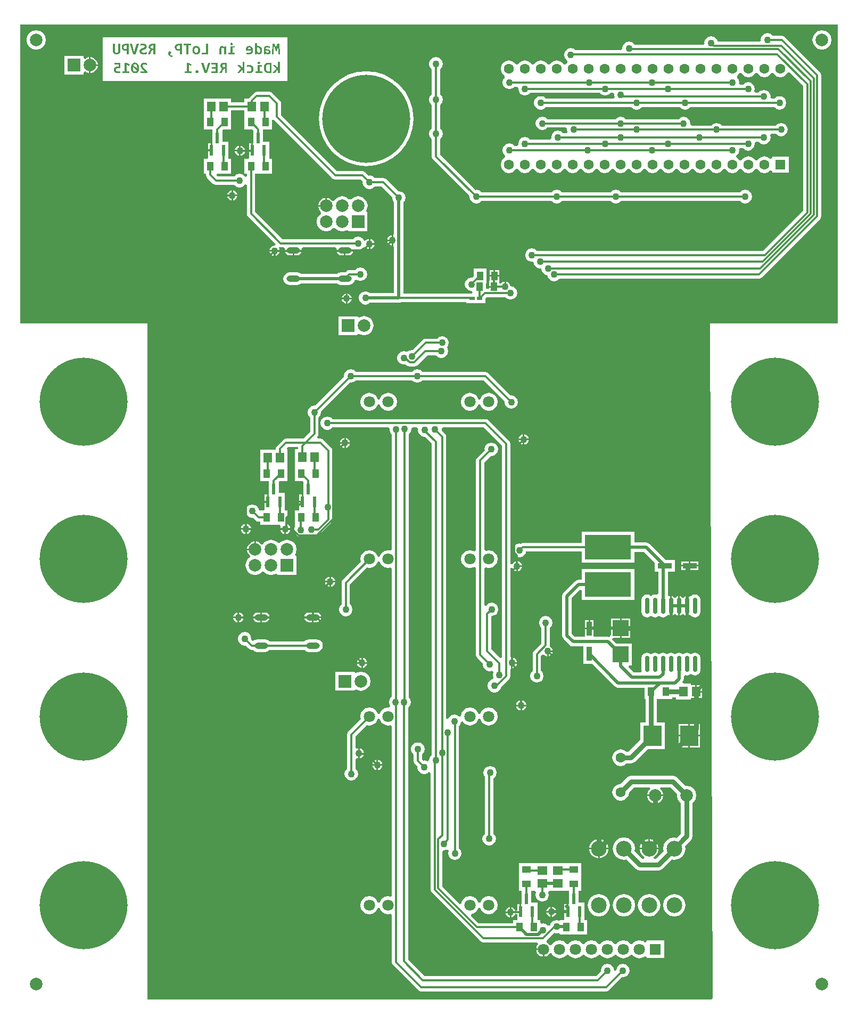
<source format=gtl>
%FSLAX25Y25*%
%MOIN*%
G70*
G01*
G75*
G04 Layer_Physical_Order=1*
G04 Layer_Color=255*
%ADD10R,0.02165X0.07087*%
%ADD11R,0.06102X0.05315*%
%ADD12R,0.04134X0.05315*%
%ADD13R,0.05315X0.04134*%
%ADD14R,0.09843X0.09843*%
%ADD15R,0.05315X0.06102*%
%ADD16R,0.11417X0.12795*%
%ADD17O,0.02756X0.10236*%
%ADD18R,0.29134X0.15354*%
%ADD19R,0.03347X0.08661*%
%ADD20R,0.08661X0.03347*%
%ADD21O,0.08465X0.03937*%
%ADD22R,0.03228X0.02047*%
%ADD23C,0.01181*%
%ADD24C,0.03150*%
%ADD25C,0.01969*%
%ADD26C,0.07874*%
%ADD27C,0.06299*%
%ADD28R,0.07874X0.07874*%
%ADD29R,0.07087X0.07087*%
%ADD30C,0.07087*%
%ADD31C,0.09843*%
%ADD32R,0.06299X0.06299*%
%ADD33C,0.55118*%
%ADD34C,0.04331*%
G36*
X552Y423228D02*
X80018D01*
Y0D01*
X433102D01*
X433936Y837D01*
X432346Y423228D01*
X512462D01*
Y610236D01*
X552D01*
Y423228D01*
D02*
G37*
%LPC*%
G36*
X354080Y237417D02*
X356253D01*
Y232587D01*
X354080D01*
Y237417D01*
D02*
G37*
G36*
X376938Y238402D02*
X382360D01*
Y232980D01*
X376938D01*
Y238402D01*
D02*
G37*
G36*
X352029Y269488D02*
X385100D01*
Y250197D01*
X352029D01*
Y255912D01*
X350938Y256364D01*
X345886Y251312D01*
Y229003D01*
X347863Y227026D01*
X354080D01*
Y231587D01*
X359427D01*
Y227026D01*
X368368D01*
X368368Y227026D01*
X369328Y226835D01*
X369520Y226797D01*
X370517Y228290D01*
Y231980D01*
X375938D01*
Y226559D01*
X371625D01*
X371173Y225468D01*
X373806Y222835D01*
X383328D01*
Y209055D01*
X381845D01*
X381393Y207964D01*
X384772Y204585D01*
X388913D01*
X389662Y205498D01*
X389522Y206201D01*
Y213681D01*
X389782Y214987D01*
X390522Y216094D01*
X391629Y216833D01*
X392934Y217093D01*
X394240Y216833D01*
X395347Y216094D01*
X395522D01*
X396629Y216833D01*
X397934Y217093D01*
X399240Y216833D01*
X400347Y216094D01*
X400522D01*
X401629Y216833D01*
X402934Y217093D01*
X404240Y216833D01*
X405347Y216094D01*
X405522D01*
X406629Y216833D01*
X407934Y217093D01*
X409240Y216833D01*
X410347Y216094D01*
X410522D01*
X411629Y216833D01*
X412934Y217093D01*
X414240Y216833D01*
X415347Y216094D01*
X415522D01*
X416629Y216833D01*
X417934Y217093D01*
X419240Y216833D01*
X420347Y216094D01*
X420522D01*
X421629Y216833D01*
X422934Y217093D01*
X424240Y216833D01*
X425347Y216094D01*
X426087Y214987D01*
X426346Y213681D01*
Y206201D01*
X426087Y204895D01*
X425347Y203788D01*
X424240Y203048D01*
X422934Y202789D01*
X421629Y203048D01*
X420522Y203788D01*
X420347D01*
X419240Y203048D01*
X417934Y202789D01*
X416858Y203003D01*
X415945Y202254D01*
Y200866D01*
X415945Y200866D01*
X415754Y199905D01*
X415716Y199714D01*
X415090Y198778D01*
X415647Y197736D01*
X420435D01*
Y196768D01*
X423183D01*
Y192717D01*
Y188665D01*
X420435D01*
Y187697D01*
X411183D01*
Y189104D01*
X408623D01*
Y188091D01*
X400553D01*
Y188091D01*
X400553D01*
X400553Y188091D01*
X399568D01*
D01*
X399146Y188091D01*
Y173524D01*
X404194D01*
Y156791D01*
X393260D01*
X385292Y148823D01*
X384120Y148040D01*
X382738Y147765D01*
X380180D01*
X380128Y147688D01*
X378435Y146557D01*
X376438Y146160D01*
X374441Y146557D01*
X372748Y147688D01*
X371617Y149381D01*
X371220Y151378D01*
X371617Y153375D01*
X372748Y155068D01*
X374441Y156199D01*
X376438Y156596D01*
X378435Y156199D01*
X380128Y155068D01*
X380180Y154991D01*
X381241D01*
X388840Y162590D01*
Y173524D01*
X391920D01*
Y188091D01*
X391497D01*
Y195218D01*
X374864D01*
X374864Y195218D01*
X373903Y195409D01*
X373711Y195447D01*
X372735Y196099D01*
X358795Y210039D01*
X353112D01*
Y221005D01*
X346616D01*
X346616Y221005D01*
X345655Y221196D01*
X345463Y221234D01*
X344487Y221887D01*
X340747Y225627D01*
X340747Y225627D01*
X340094Y226604D01*
X339865Y227756D01*
Y252559D01*
X339865Y252559D01*
X340056Y253520D01*
X340094Y253711D01*
X340747Y254688D01*
X340747Y254688D01*
X347932Y261873D01*
X348908Y262526D01*
X349099Y262563D01*
X350060Y262755D01*
X350061Y262755D01*
X352029D01*
Y269488D01*
D02*
G37*
G36*
X357253Y237417D02*
X359427D01*
Y232587D01*
X357253D01*
Y237417D01*
D02*
G37*
G36*
X133842Y238575D02*
X136470D01*
Y235947D01*
X135735Y236093D01*
X134688Y236793D01*
X133988Y237840D01*
X133842Y238575D01*
D02*
G37*
G36*
X184124Y238673D02*
X188814D01*
X188684Y238015D01*
X188028Y237033D01*
X187046Y236377D01*
X185887Y236147D01*
X184124D01*
Y238673D01*
D02*
G37*
G36*
X370517Y238402D02*
X375938D01*
Y232980D01*
X370517D01*
Y238402D01*
D02*
G37*
G36*
X137470Y238575D02*
X140098D01*
X139952Y237840D01*
X139252Y236793D01*
X138205Y236093D01*
X137470Y235947D01*
Y238575D01*
D02*
G37*
G36*
X376938Y231980D02*
X382360D01*
Y226559D01*
X376938D01*
Y231980D01*
D02*
G37*
G36*
X308917Y210140D02*
X311544D01*
X311398Y209405D01*
X310699Y208358D01*
X309652Y207659D01*
X308917Y207512D01*
Y210140D01*
D02*
G37*
G36*
X215026Y213758D02*
X215761Y213612D01*
X216808Y212912D01*
X217508Y211865D01*
X217654Y211130D01*
X215026D01*
Y213758D01*
D02*
G37*
G36*
Y210130D02*
X217654D01*
X217508Y209395D01*
X216808Y208348D01*
X215761Y207648D01*
X215026Y207502D01*
Y210130D01*
D02*
G37*
G36*
X211398D02*
X214026D01*
Y207502D01*
X213291Y207648D01*
X212244Y208348D01*
X211544Y209395D01*
X211398Y210130D01*
D02*
G37*
G36*
X331260Y217424D02*
X333888D01*
X333742Y216689D01*
X333042Y215642D01*
X331995Y214942D01*
X331260Y214796D01*
Y217424D01*
D02*
G37*
G36*
X141005Y230002D02*
X142618Y229681D01*
X143986Y228768D01*
X144899Y227400D01*
X145220Y225787D01*
X145133Y225350D01*
X146192Y224291D01*
X146238Y224295D01*
X147540Y225165D01*
X149076Y225471D01*
X153604D01*
X155140Y225165D01*
X156442Y224295D01*
X156595Y224066D01*
X178368D01*
X178521Y224295D01*
X179824Y225165D01*
X181360Y225471D01*
X185887D01*
X187423Y225165D01*
X188726Y224295D01*
X189596Y222993D01*
X189901Y221457D01*
X189596Y219920D01*
X188726Y218618D01*
X187423Y217748D01*
X185887Y217442D01*
X181360D01*
X179824Y217748D01*
X178521Y218618D01*
X178368Y218847D01*
X156595D01*
X156442Y218618D01*
X155140Y217748D01*
X153604Y217442D01*
X149076D01*
X147540Y217748D01*
X146238Y218618D01*
X146084Y218847D01*
X145336D01*
X144338Y219046D01*
X143491Y219612D01*
X141443Y221660D01*
X141005Y221573D01*
X139392Y221893D01*
X138025Y222807D01*
X137111Y224174D01*
X136791Y225787D01*
X137111Y227400D01*
X138025Y228768D01*
X139392Y229681D01*
X141005Y230002D01*
D02*
G37*
G36*
X214026Y213758D02*
Y211130D01*
X211398D01*
X211544Y211865D01*
X212244Y212912D01*
X213291Y213612D01*
X214026Y213758D01*
D02*
G37*
G36*
X308917Y213768D02*
X309652Y213622D01*
X310699Y212922D01*
X311398Y211875D01*
X311544Y211140D01*
X308917D01*
Y213768D01*
D02*
G37*
G36*
X408434Y252424D02*
X408862Y252339D01*
X409649Y251813D01*
X409844Y251521D01*
X411025D01*
X411220Y251813D01*
X412007Y252339D01*
X412434Y252424D01*
Y246358D01*
Y240293D01*
X412007Y240378D01*
X411220Y240904D01*
X411025Y241196D01*
X409844D01*
X409649Y240904D01*
X408862Y240378D01*
X408434Y240293D01*
Y246358D01*
Y252424D01*
D02*
G37*
G36*
X195033Y260930D02*
X197661D01*
X197515Y260195D01*
X196815Y259148D01*
X195768Y258448D01*
X195033Y258302D01*
Y260930D01*
D02*
G37*
G36*
X422934Y253510D02*
X424240Y253251D01*
X425347Y252511D01*
X426087Y251404D01*
X426346Y250098D01*
Y242618D01*
X426087Y241313D01*
X425347Y240206D01*
X424240Y239466D01*
X422934Y239206D01*
X421629Y239466D01*
X420522Y240206D01*
X420394Y240397D01*
X419235Y240628D01*
X418862Y240378D01*
X418434Y240293D01*
Y246358D01*
Y252424D01*
X418862Y252339D01*
X419235Y252089D01*
X420394Y252320D01*
X420522Y252511D01*
X421629Y253251D01*
X422934Y253510D01*
D02*
G37*
G36*
X413434Y252424D02*
X413862Y252339D01*
X414649Y251813D01*
X414844Y251521D01*
X416025D01*
X416220Y251813D01*
X417006Y252339D01*
X417434Y252424D01*
Y246358D01*
Y240293D01*
X417006Y240378D01*
X416220Y240904D01*
X416025Y241196D01*
X414844D01*
X414649Y240904D01*
X413862Y240378D01*
X413434Y240293D01*
Y246358D01*
Y252424D01*
D02*
G37*
G36*
X194033Y264558D02*
Y261930D01*
X191405D01*
X191551Y262665D01*
X192251Y263712D01*
X193298Y264412D01*
X194033Y264558D01*
D02*
G37*
G36*
X312076Y270661D02*
X314704D01*
X314558Y269926D01*
X313858Y268879D01*
X312811Y268180D01*
X312076Y268034D01*
Y270661D01*
D02*
G37*
G36*
X191405Y260930D02*
X194033D01*
Y258302D01*
X193298Y258448D01*
X192251Y259148D01*
X191551Y260195D01*
X191405Y260930D01*
D02*
G37*
G36*
X195033Y264558D02*
X195768Y264412D01*
X196815Y263712D01*
X197515Y262665D01*
X197661Y261930D01*
X195033D01*
Y264558D01*
D02*
G37*
G36*
X149076Y242200D02*
X150840D01*
Y239673D01*
X146149D01*
X146280Y240332D01*
X146936Y241313D01*
X147918Y241969D01*
X149076Y242200D01*
D02*
G37*
G36*
X146149Y238673D02*
X150840D01*
Y236147D01*
X149076D01*
X147918Y236377D01*
X146936Y237033D01*
X146280Y238015D01*
X146149Y238673D01*
D02*
G37*
G36*
X137470Y242203D02*
X138205Y242056D01*
X139252Y241357D01*
X139952Y240310D01*
X140098Y239575D01*
X137470D01*
Y242203D01*
D02*
G37*
G36*
X178433Y238673D02*
X183124D01*
Y236147D01*
X181360D01*
X180201Y236377D01*
X179220Y237033D01*
X178563Y238015D01*
X178433Y238673D01*
D02*
G37*
G36*
X151840D02*
X156531D01*
X156400Y238015D01*
X155744Y237033D01*
X154762Y236377D01*
X153604Y236147D01*
X151840D01*
Y238673D01*
D02*
G37*
G36*
X181360Y242200D02*
X183124D01*
Y239673D01*
X178433D01*
X178563Y240332D01*
X179220Y241313D01*
X180201Y241969D01*
X181360Y242200D01*
D02*
G37*
G36*
X151840D02*
X153604D01*
X154762Y241969D01*
X155744Y241313D01*
X156400Y240332D01*
X156531Y239673D01*
X151840D01*
Y242200D01*
D02*
G37*
G36*
X136470Y242203D02*
Y239575D01*
X133842D01*
X133988Y240310D01*
X134688Y241357D01*
X135735Y242056D01*
X136470Y242203D01*
D02*
G37*
G36*
X184124Y242200D02*
X185887D01*
X187046Y241969D01*
X188028Y241313D01*
X188684Y240332D01*
X188814Y239673D01*
X184124D01*
Y242200D01*
D02*
G37*
G36*
X329481Y240053D02*
X331094Y239732D01*
X332461Y238819D01*
X333375Y237451D01*
X333696Y235838D01*
X333375Y234225D01*
X332461Y232858D01*
X332090Y232610D01*
Y221655D01*
X331943Y220916D01*
X331995Y220906D01*
X333042Y220206D01*
X333742Y219159D01*
X333888Y218424D01*
X330760D01*
Y217924D01*
X330260D01*
Y214796D01*
X329525Y214942D01*
X328478Y215642D01*
X328466Y215660D01*
X327453Y215760D01*
X326578Y214966D01*
Y205699D01*
X326949Y205451D01*
X327863Y204083D01*
X328183Y202470D01*
X327863Y200858D01*
X326949Y199490D01*
X325582Y198576D01*
X323969Y198256D01*
X322356Y198576D01*
X320988Y199490D01*
X320075Y200858D01*
X319754Y202470D01*
X320075Y204083D01*
X320988Y205451D01*
X321359Y205699D01*
Y216143D01*
X321558Y217142D01*
X322124Y217988D01*
X326871Y222736D01*
Y232610D01*
X326500Y232858D01*
X325587Y234225D01*
X325266Y235838D01*
X325587Y237451D01*
X326500Y238819D01*
X327868Y239732D01*
X329481Y240053D01*
D02*
G37*
G36*
X363257Y100426D02*
X365068Y100066D01*
X367026Y98757D01*
X368335Y96799D01*
X368695Y94988D01*
X363257D01*
Y100426D01*
D02*
G37*
G36*
X362257D02*
Y94988D01*
X356819D01*
X357179Y96799D01*
X358488Y98757D01*
X360447Y100066D01*
X362257Y100426D01*
D02*
G37*
G36*
X394753D02*
X396564Y100066D01*
X398522Y98757D01*
X399831Y96799D01*
X400191Y94988D01*
X394753D01*
Y100426D01*
D02*
G37*
G36*
X393753D02*
Y94988D01*
X388316D01*
X388676Y96799D01*
X389984Y98757D01*
X391943Y100066D01*
X393753Y100426D01*
D02*
G37*
G36*
X393158Y127256D02*
X397592D01*
Y122822D01*
X396166Y123105D01*
X394532Y124197D01*
X393441Y125830D01*
X393158Y127256D01*
D02*
G37*
G36*
X383131Y140030D02*
X409116D01*
X410498Y139755D01*
X411670Y138972D01*
X417016Y133626D01*
X417777Y133777D01*
X420081Y133319D01*
X422035Y132014D01*
X423340Y130060D01*
X423798Y127756D01*
X423340Y125452D01*
X422035Y123498D01*
X421390Y123067D01*
Y102264D01*
X421115Y100881D01*
X420331Y99709D01*
X416708Y96086D01*
X417026Y94488D01*
X416491Y91800D01*
X414969Y89521D01*
X412690Y87998D01*
X410001Y87463D01*
X408404Y87781D01*
X402517Y81894D01*
X401344Y81111D01*
X399962Y80836D01*
X388545D01*
X387162Y81111D01*
X385990Y81894D01*
X380103Y87781D01*
X378505Y87463D01*
X375817Y87998D01*
X373538Y89521D01*
X372015Y91800D01*
X371481Y94488D01*
X372015Y97176D01*
X373538Y99455D01*
X375817Y100978D01*
X378505Y101513D01*
X381194Y100978D01*
X383473Y99455D01*
X384995Y97176D01*
X385530Y94488D01*
X385212Y92890D01*
X390041Y88061D01*
X391179D01*
X391522Y89192D01*
X389984Y90219D01*
X388676Y92178D01*
X388316Y93988D01*
X400191D01*
X399831Y92178D01*
X398522Y90219D01*
X396985Y89192D01*
X397328Y88061D01*
X398466D01*
X403295Y92890D01*
X402977Y94488D01*
X403511Y97176D01*
X405034Y99455D01*
X407313Y100978D01*
X410001Y101513D01*
X411599Y101195D01*
X414164Y103760D01*
Y123067D01*
X413519Y123498D01*
X412214Y125452D01*
X411756Y127756D01*
X411907Y128517D01*
X407619Y132805D01*
X401457D01*
X401114Y131674D01*
X401651Y131315D01*
X402742Y129682D01*
X403026Y128256D01*
X393158D01*
X393441Y129682D01*
X394532Y131315D01*
X395070Y131674D01*
X394727Y132805D01*
X384628D01*
X381639Y129815D01*
X381657Y129724D01*
X381259Y127727D01*
X380128Y126034D01*
X378435Y124903D01*
X376438Y124506D01*
X374441Y124903D01*
X372748Y126034D01*
X371617Y127727D01*
X371220Y129724D01*
X371617Y131721D01*
X372748Y133414D01*
X374441Y134546D01*
X376438Y134943D01*
X376530Y134925D01*
X380577Y138972D01*
X381749Y139755D01*
X383131Y140030D01*
D02*
G37*
G36*
X294647Y146144D02*
X296260Y145823D01*
X297627Y144910D01*
X298541Y143542D01*
X298862Y141929D01*
X298541Y140316D01*
X297627Y138949D01*
X296666Y138306D01*
Y103819D01*
X297037Y103571D01*
X297951Y102204D01*
X298271Y100591D01*
X297951Y98978D01*
X297037Y97610D01*
X295669Y96697D01*
X294057Y96376D01*
X292443Y96697D01*
X291076Y97610D01*
X290162Y98978D01*
X289842Y100591D01*
X290162Y102204D01*
X291076Y103571D01*
X291447Y103819D01*
Y139277D01*
X290753Y140316D01*
X290432Y141929D01*
X290753Y143542D01*
X291667Y144910D01*
X293034Y145823D01*
X294647Y146144D01*
D02*
G37*
G36*
X398592Y127256D02*
X403026D01*
X402742Y125830D01*
X401651Y124197D01*
X400018Y123105D01*
X398592Y122822D01*
Y127256D01*
D02*
G37*
G36*
X356819Y93988D02*
X362257D01*
Y88550D01*
X360447Y88911D01*
X358488Y90219D01*
X357179Y92178D01*
X356819Y93988D01*
D02*
G37*
G36*
X410001Y66080D02*
X412690Y65545D01*
X414969Y64022D01*
X416491Y61743D01*
X417026Y59055D01*
X416491Y56367D01*
X414969Y54088D01*
X412690Y52565D01*
X410001Y52030D01*
X407313Y52565D01*
X405034Y54088D01*
X403511Y56367D01*
X402977Y59055D01*
X403511Y61743D01*
X405034Y64022D01*
X407313Y65545D01*
X410001Y66080D01*
D02*
G37*
G36*
X394253D02*
X396942Y65545D01*
X399221Y64022D01*
X400743Y61743D01*
X401278Y59055D01*
X400743Y56367D01*
X399221Y54088D01*
X396942Y52565D01*
X394253Y52030D01*
X391565Y52565D01*
X389286Y54088D01*
X387763Y56367D01*
X387229Y59055D01*
X387763Y61743D01*
X389286Y64022D01*
X391565Y65545D01*
X394253Y66080D01*
D02*
G37*
G36*
X323657Y30996D02*
X327690D01*
Y26963D01*
X326418Y27216D01*
X324915Y28220D01*
X323911Y29723D01*
X323657Y30996D01*
D02*
G37*
G36*
X304314Y54126D02*
X306942D01*
Y51498D01*
X306207Y51644D01*
X305160Y52344D01*
X304461Y53391D01*
X304314Y54126D01*
D02*
G37*
G36*
X306942Y57754D02*
Y55126D01*
X304314D01*
X304461Y55861D01*
X305160Y56908D01*
X306207Y57608D01*
X306942Y57754D01*
D02*
G37*
G36*
X363257Y93988D02*
X368695D01*
X368335Y92178D01*
X367026Y90219D01*
X365068Y88911D01*
X363257Y88550D01*
Y93988D01*
D02*
G37*
G36*
X378505Y66080D02*
X381194Y65545D01*
X383473Y64022D01*
X384995Y61743D01*
X385530Y59055D01*
X384995Y56367D01*
X383473Y54088D01*
X381194Y52565D01*
X378505Y52030D01*
X375817Y52565D01*
X373538Y54088D01*
X372015Y56367D01*
X371481Y59055D01*
X372015Y61743D01*
X373538Y64022D01*
X375817Y65545D01*
X378505Y66080D01*
D02*
G37*
G36*
X362757D02*
X365445Y65545D01*
X367724Y64022D01*
X369247Y61743D01*
X369782Y59055D01*
X369247Y56367D01*
X367724Y54088D01*
X365445Y52565D01*
X362757Y52030D01*
X360069Y52565D01*
X357790Y54088D01*
X356267Y56367D01*
X355732Y59055D01*
X356267Y61743D01*
X357790Y64022D01*
X360069Y65545D01*
X362757Y66080D01*
D02*
G37*
G36*
X310998Y183564D02*
X313626D01*
Y180936D01*
X312891Y181082D01*
X311843Y181782D01*
X311144Y182829D01*
X310998Y183564D01*
D02*
G37*
G36*
X314626Y187192D02*
X315361Y187046D01*
X316408Y186346D01*
X317107Y185299D01*
X317253Y184564D01*
X314626D01*
Y187192D01*
D02*
G37*
G36*
X412643Y172555D02*
X418852D01*
Y165658D01*
X412643D01*
Y172555D01*
D02*
G37*
G36*
X314626Y183564D02*
X317253D01*
X317107Y182829D01*
X316408Y181782D01*
X315361Y181082D01*
X314626Y180936D01*
Y183564D01*
D02*
G37*
G36*
X424183Y196768D02*
X427340D01*
Y193217D01*
X424183D01*
Y196768D01*
D02*
G37*
G36*
X213702Y205234D02*
X216006Y204776D01*
X217960Y203470D01*
X219265Y201517D01*
X219723Y199213D01*
X219265Y196908D01*
X217960Y194955D01*
X216006Y193650D01*
X213702Y193191D01*
X211398Y193650D01*
X210649Y194150D01*
X209608Y193593D01*
Y193307D01*
X197797D01*
Y205118D01*
X209608D01*
Y204832D01*
X210649Y204275D01*
X211398Y204776D01*
X213702Y205234D01*
D02*
G37*
G36*
X313626Y187192D02*
Y184564D01*
X310998D01*
X311144Y185299D01*
X311843Y186346D01*
X312891Y187046D01*
X313626Y187192D01*
D02*
G37*
G36*
X424183Y192217D02*
X427340D01*
Y188665D01*
X424183D01*
Y192217D01*
D02*
G37*
G36*
X419852Y172555D02*
X426060D01*
Y165658D01*
X419852D01*
Y172555D01*
D02*
G37*
G36*
X224562Y149986D02*
X225297Y149839D01*
X226344Y149140D01*
X227044Y148093D01*
X227190Y147358D01*
X224562D01*
Y149986D01*
D02*
G37*
G36*
X223562D02*
Y147358D01*
X220934D01*
X221080Y148093D01*
X221780Y149140D01*
X222827Y149839D01*
X223562Y149986D01*
D02*
G37*
G36*
X224562Y146358D02*
X227190D01*
X227044Y145623D01*
X226344Y144576D01*
X225297Y143876D01*
X224562Y143730D01*
Y146358D01*
D02*
G37*
G36*
X220934D02*
X223562D01*
Y143730D01*
X222827Y143876D01*
X221780Y144576D01*
X221080Y145623D01*
X220934Y146358D01*
D02*
G37*
G36*
X419852Y164658D02*
X426060D01*
Y157760D01*
X419852D01*
Y164658D01*
D02*
G37*
G36*
X412643D02*
X418852D01*
Y157760D01*
X412643D01*
Y164658D01*
D02*
G37*
G36*
X213046Y153543D02*
X215674D01*
X215528Y152808D01*
X214828Y151761D01*
X213781Y151061D01*
X213046Y150915D01*
Y153543D01*
D02*
G37*
G36*
Y157171D02*
X213781Y157025D01*
X214828Y156325D01*
X215528Y155278D01*
X215674Y154543D01*
X213046D01*
Y157171D01*
D02*
G37*
G36*
X420246Y270957D02*
X425076D01*
Y268783D01*
X420246D01*
Y270957D01*
D02*
G37*
G36*
X219655Y472236D02*
X222283D01*
X222137Y471501D01*
X221437Y470454D01*
X220390Y469755D01*
X219655Y469608D01*
Y472236D01*
D02*
G37*
G36*
X230383Y474523D02*
X233011D01*
Y471895D01*
X232276Y472042D01*
X231229Y472741D01*
X230530Y473788D01*
X230383Y474523D01*
D02*
G37*
G36*
X171919Y468201D02*
X176610D01*
X176479Y467543D01*
X175823Y466561D01*
X174841Y465905D01*
X173683Y465674D01*
X171919D01*
Y468201D01*
D02*
G37*
G36*
X166228D02*
X170919D01*
Y465674D01*
X169155D01*
X167997Y465905D01*
X167015Y466561D01*
X166359Y467543D01*
X166228Y468201D01*
D02*
G37*
G36*
X191470Y501548D02*
Y497114D01*
X187036D01*
X187319Y498540D01*
X188411Y500174D01*
X190044Y501265D01*
X191470Y501548D01*
D02*
G37*
G36*
X133730Y502650D02*
X136358D01*
X136212Y501915D01*
X135512Y500868D01*
X134465Y500168D01*
X133730Y500022D01*
Y502650D01*
D02*
G37*
G36*
X219655Y475864D02*
X220390Y475718D01*
X221437Y475018D01*
X222137Y473971D01*
X222283Y473236D01*
X219655D01*
Y475864D01*
D02*
G37*
G36*
X233011Y478151D02*
Y475523D01*
X230383D01*
X230530Y476258D01*
X231229Y477305D01*
X232276Y478005D01*
X233011Y478151D01*
D02*
G37*
G36*
X297903Y456414D02*
X300470D01*
Y453256D01*
X297903D01*
Y456414D01*
D02*
G37*
G36*
X294336D02*
X296903D01*
Y453256D01*
X294336D01*
Y456414D01*
D02*
G37*
G36*
X204383Y441711D02*
Y439083D01*
X201755D01*
X201902Y439818D01*
X202601Y440865D01*
X203648Y441564D01*
X204383Y441711D01*
D02*
G37*
G36*
X213446Y458053D02*
X215059Y457733D01*
X216427Y456819D01*
X217340Y455451D01*
X217661Y453839D01*
X217340Y452226D01*
X216427Y450858D01*
X215059Y449945D01*
X213446Y449624D01*
X211833Y449945D01*
X210899Y450569D01*
X209808Y450117D01*
X209675Y449448D01*
X208804Y448146D01*
X207502Y447276D01*
X205966Y446970D01*
X201438D01*
X199902Y447276D01*
X198858Y447974D01*
X176263D01*
X175219Y447276D01*
X173683Y446970D01*
X169155D01*
X167619Y447276D01*
X166317Y448146D01*
X165446Y449448D01*
X165141Y450984D01*
X165446Y452520D01*
X166317Y453823D01*
X167619Y454693D01*
X169155Y454998D01*
X173683D01*
X175219Y454693D01*
X176263Y453995D01*
X198858D01*
X199902Y454693D01*
X201438Y454998D01*
X204026D01*
X204712Y455684D01*
X205558Y456249D01*
X206557Y456448D01*
X210218D01*
X210466Y456819D01*
X211833Y457733D01*
X213446Y458053D01*
D02*
G37*
G36*
X204202Y468201D02*
X208893D01*
X208762Y467543D01*
X208106Y466561D01*
X207124Y465905D01*
X205966Y465674D01*
X204202D01*
Y468201D01*
D02*
G37*
G36*
X198511D02*
X203202D01*
Y465674D01*
X201438D01*
X200280Y465905D01*
X199298Y466561D01*
X198642Y467543D01*
X198511Y468201D01*
D02*
G37*
G36*
X160108Y468004D02*
X162735D01*
X162589Y467269D01*
X161890Y466222D01*
X160843Y465522D01*
X160108Y465376D01*
Y468004D01*
D02*
G37*
G36*
X156480D02*
X159108D01*
Y465376D01*
X158372Y465522D01*
X157325Y466222D01*
X156626Y467269D01*
X156480Y468004D01*
D02*
G37*
G36*
X51930Y601968D02*
X167679D01*
Y574803D01*
X51930D01*
Y601968D01*
D02*
G37*
G36*
X44517Y584146D02*
X48951D01*
X48668Y582719D01*
X47577Y581086D01*
X45943Y579995D01*
X44517Y579711D01*
Y584146D01*
D02*
G37*
G36*
X148584Y567964D02*
X148584Y567964D01*
X148584Y567964D01*
X156458D01*
X157457Y567765D01*
X158303Y567199D01*
X163027Y562475D01*
X163593Y561628D01*
X163792Y560630D01*
Y553364D01*
X198799Y518357D01*
X214726D01*
X215268Y518249D01*
X215724Y518159D01*
X215724Y518159D01*
X215724Y518159D01*
X216150Y517874D01*
X216571Y517593D01*
X218619Y515545D01*
X219057Y515632D01*
X220670Y515311D01*
X222037Y514398D01*
X222285Y514027D01*
X227746D01*
X228745Y513828D01*
X229591Y513262D01*
X237051Y505802D01*
X237489Y505890D01*
X239102Y505569D01*
X240469Y504655D01*
X241383Y503288D01*
X241704Y501675D01*
X241383Y500062D01*
X240499Y498740D01*
Y441584D01*
X279765D01*
Y441772D01*
X283388D01*
X283786Y442884D01*
X283203Y443363D01*
X283120Y443346D01*
X281507Y443667D01*
X280140Y444581D01*
X279226Y445948D01*
X278905Y447561D01*
X279226Y449174D01*
X280140Y450542D01*
X281507Y451455D01*
X283120Y451776D01*
X283438Y451713D01*
X284312Y452587D01*
Y457382D01*
X292383D01*
Y448130D01*
X292186D01*
Y444637D01*
X294139D01*
Y445563D01*
X297206D01*
Y446563D01*
X294139D01*
Y449720D01*
X294336D01*
Y452256D01*
X300470D01*
Y449098D01*
X300470D01*
X300310Y448905D01*
X300451Y448174D01*
X301609Y447940D01*
X301814Y448247D01*
X302861Y448946D01*
X303596Y449092D01*
Y445965D01*
X304596D01*
Y449092D01*
X305331Y448946D01*
X306378Y448247D01*
X307078Y447200D01*
X307200Y446583D01*
X307531Y446362D01*
X307531Y446362D01*
Y446362D01*
X309144Y446042D01*
X310511Y445128D01*
X311425Y443760D01*
X311746Y442148D01*
X311425Y440535D01*
X310511Y439167D01*
X309144Y438254D01*
X307531Y437933D01*
X305918Y438254D01*
X304550Y439167D01*
X304383Y439418D01*
X292362D01*
X291616Y438672D01*
Y435787D01*
X279765D01*
Y436366D01*
X238899D01*
X238641Y436193D01*
X238641Y436193D01*
X238641Y436193D01*
D01*
X238641Y436193D01*
X238641Y436193D01*
X237489Y435964D01*
X219524D01*
X218202Y435081D01*
X216589Y434760D01*
X214976Y435081D01*
X213608Y435994D01*
X212695Y437362D01*
X212374Y438975D01*
X212695Y440588D01*
X213608Y441955D01*
X214976Y442869D01*
X216589Y443190D01*
X218202Y442869D01*
X219524Y441985D01*
X234478D01*
Y471057D01*
X234011Y471440D01*
Y475023D01*
Y478606D01*
X234478Y478989D01*
Y498740D01*
X233595Y500062D01*
X233274Y501675D01*
X233361Y502113D01*
X226665Y508808D01*
X222285D01*
X222037Y508437D01*
X220670Y507523D01*
X219057Y507203D01*
X217444Y507523D01*
X216076Y508437D01*
X215163Y509804D01*
X214842Y511417D01*
X214929Y511855D01*
X213645Y513139D01*
X197718D01*
X196720Y513337D01*
X195873Y513903D01*
X195873Y513903D01*
X159337Y550439D01*
X159337D01*
X158304Y550439D01*
X158490Y550495D01*
X158033Y550356D01*
Y544390D01*
X152521D01*
Y536811D01*
X156261D01*
Y526083D01*
X158033D01*
Y516831D01*
X149962D01*
Y516831D01*
X149962D01*
X149962Y516831D01*
X148978D01*
Y516831D01*
X147552D01*
Y492911D01*
X164625Y475838D01*
X208741D01*
X208989Y476209D01*
X210357Y477122D01*
X211970Y477443D01*
X213583Y477122D01*
X214950Y476209D01*
X215864Y474841D01*
X215864Y474841D01*
Y474841D01*
X216873Y475018D01*
X217920Y475718D01*
X218655Y475864D01*
Y472736D01*
Y469608D01*
X217920Y469755D01*
X216873Y470454D01*
X216571Y470906D01*
X215390D01*
X214950Y470248D01*
X213583Y469334D01*
X211970Y469014D01*
X210357Y469334D01*
X209921Y469625D01*
X209286Y469201D01*
X198511D01*
X198612Y469706D01*
X197862Y470619D01*
X177259D01*
X176509Y469706D01*
X176610Y469201D01*
X166228D01*
X166328Y469706D01*
X165579Y470619D01*
X163545D01*
X162546Y470818D01*
X162546Y470818D01*
X162589Y469739D01*
X162589Y469739D01*
X162589Y469739D01*
X162735Y469004D01*
X156480D01*
X156626Y469739D01*
X157325Y470786D01*
X158372Y471486D01*
X159608Y471731D01*
X159790Y471695D01*
X160346Y472737D01*
X143097Y489986D01*
X142532Y490832D01*
X142333Y491831D01*
X142333Y491831D01*
X142333Y491831D01*
Y491831D01*
Y509775D01*
X141203Y510118D01*
X140738Y509421D01*
X139370Y508508D01*
X137757Y508187D01*
X136144Y508508D01*
X134777Y509421D01*
X134529Y509792D01*
X122994D01*
X121995Y509991D01*
X121149Y510557D01*
X117507Y514198D01*
X116941Y515045D01*
X116743Y516043D01*
Y516831D01*
X115316D01*
Y526083D01*
X117383D01*
X118056Y526756D01*
X118056Y526918D01*
X118056Y526918D01*
X118056D01*
Y530799D01*
X120139D01*
Y531299D01*
X120639D01*
Y535843D01*
X120828D01*
Y544390D01*
X115316D01*
Y553642D01*
D01*
Y553642D01*
X115316Y553642D01*
X115316Y553838D01*
X115316D01*
Y563878D01*
X132442D01*
Y561467D01*
X140907D01*
Y563878D01*
X143507D01*
X143688Y564148D01*
X146739Y567199D01*
X146739Y567199D01*
X146739Y567199D01*
X147128Y567459D01*
X147585Y567765D01*
X147585Y567765D01*
X147585Y567765D01*
X148025Y567852D01*
X148584Y567964D01*
D02*
G37*
G36*
X468464Y604638D02*
X470077Y604317D01*
X471444Y603403D01*
X471692Y603032D01*
X477393D01*
X478392Y602834D01*
X479238Y602268D01*
X501315Y580191D01*
X501880Y579345D01*
X502079Y578346D01*
Y490172D01*
X502079Y490172D01*
X502079D01*
X501880Y489174D01*
X501315Y488327D01*
X464807Y451819D01*
X463960Y451253D01*
X462962Y451055D01*
X337926D01*
X337678Y450683D01*
X336310Y449770D01*
X334697Y449449D01*
X333085Y449770D01*
X331717Y450683D01*
X330803Y452051D01*
X330586Y453144D01*
X329353Y453390D01*
X327986Y454303D01*
X327072Y455670D01*
X326751Y457283D01*
D01*
D01*
X326143Y457498D01*
X326143Y457498D01*
Y457498D01*
X324530Y457819D01*
X323163Y458732D01*
X322249Y460100D01*
X322065Y461026D01*
X321083Y461682D01*
X320828Y461632D01*
X319215Y461952D01*
X317848Y462866D01*
X316934Y464233D01*
X316613Y465846D01*
X316934Y467459D01*
X317848Y468827D01*
X319215Y469740D01*
X320828Y470061D01*
X322441Y469740D01*
X323809Y468827D01*
X324057Y468456D01*
X465712D01*
X490857Y493600D01*
Y571557D01*
X482269Y580145D01*
X481094Y580029D01*
X480187Y578672D01*
X478494Y577541D01*
X476497Y577144D01*
X474500Y577541D01*
X472807Y578672D01*
X472088Y579749D01*
X470907D01*
X470187Y578672D01*
X468494Y577541D01*
X466497Y577144D01*
X464500Y577541D01*
X462807Y578672D01*
X462088Y579749D01*
X460907D01*
X460187Y578672D01*
X458494Y577541D01*
X456497Y577144D01*
X454500Y577541D01*
X452807Y578672D01*
X452088Y579749D01*
X450907D01*
X450187Y578672D01*
X449275Y578063D01*
X449275Y576882D01*
X449399Y576799D01*
X450313Y575432D01*
X450634Y573819D01*
X450551Y573404D01*
X451300Y572491D01*
X453033D01*
X453281Y572862D01*
X454648Y573776D01*
X456261Y574097D01*
X457874Y573776D01*
X459241Y572862D01*
X460155Y571495D01*
X460476Y569882D01*
X460198Y568483D01*
X460947Y567570D01*
X462875D01*
X463123Y567941D01*
X464491Y568855D01*
X466104Y569175D01*
X467717Y568855D01*
X469084Y567941D01*
X469998Y566573D01*
X470319Y564961D01*
X470236Y564546D01*
X470985Y563633D01*
X472718D01*
X472966Y564004D01*
X474333Y564918D01*
X475946Y565238D01*
X477559Y564918D01*
X478927Y564004D01*
X479840Y562637D01*
X480161Y561024D01*
X479840Y559411D01*
X478927Y558043D01*
X477559Y557130D01*
X475946Y556809D01*
X474333Y557130D01*
X472966Y558043D01*
X472718Y558414D01*
X420119D01*
X419872Y558043D01*
X418504Y557130D01*
X416891Y556809D01*
X415278Y557130D01*
X413911Y558043D01*
X413663Y558414D01*
X389608D01*
X389360Y558043D01*
X387992Y557130D01*
X386379Y556809D01*
X384766Y557130D01*
X383399Y558043D01*
X383151Y558414D01*
X329568D01*
X329320Y558043D01*
X327953Y557130D01*
X326340Y556809D01*
X324727Y557130D01*
X323360Y558043D01*
X322446Y559411D01*
X322125Y561024D01*
X322446Y562637D01*
X323360Y564004D01*
X324727Y564918D01*
X326340Y565238D01*
X327953Y564918D01*
X329320Y564004D01*
X329568Y563633D01*
X371851D01*
X372600Y564546D01*
X372322Y565945D01*
X372404Y566359D01*
X371655Y567272D01*
X369922D01*
X369675Y566901D01*
X368307Y565988D01*
X366694Y565667D01*
X365081Y565988D01*
X363714Y566901D01*
X363466Y567273D01*
X319726D01*
X319478Y566901D01*
X318110Y565988D01*
X316497Y565667D01*
X314884Y565988D01*
X313517Y566901D01*
X312603Y568269D01*
X312282Y569882D01*
X312365Y570297D01*
X311616Y571210D01*
X309883D01*
X309635Y570839D01*
X308268Y569925D01*
X306655Y569604D01*
X305042Y569925D01*
X303675Y570839D01*
X302761Y572206D01*
X302440Y573819D01*
X302761Y575432D01*
X303675Y576799D01*
X303759Y576856D01*
Y578037D01*
X302807Y578672D01*
X301676Y580365D01*
X301279Y582362D01*
X301676Y584359D01*
X302807Y586052D01*
X304500Y587183D01*
X306497Y587581D01*
X308494Y587183D01*
X310187Y586052D01*
X310907Y584975D01*
X312088D01*
X312807Y586052D01*
X314500Y587183D01*
X316497Y587581D01*
X318494Y587183D01*
X320187Y586052D01*
X320907Y584975D01*
X322088D01*
X322807Y586052D01*
X324500Y587183D01*
X326497Y587581D01*
X328494Y587183D01*
X330187Y586052D01*
X330907Y584975D01*
X332088D01*
X332807Y586052D01*
X334500Y587183D01*
X336497Y587581D01*
X338494Y587183D01*
X340187Y586052D01*
X340907Y584975D01*
X342088D01*
X342807Y586052D01*
X343153Y586283D01*
Y587464D01*
X342257Y588063D01*
X341344Y589430D01*
X341023Y591043D01*
X341344Y592656D01*
X342257Y594024D01*
X343625Y594937D01*
X345238Y595258D01*
X346851Y594937D01*
X348037Y594145D01*
X376793D01*
X377542Y595058D01*
X377532Y595108D01*
X377853Y596721D01*
X378767Y598088D01*
X380134Y599002D01*
X381747Y599323D01*
X383360Y599002D01*
X384727Y598088D01*
X385126Y597491D01*
X428173D01*
X428923Y598404D01*
X428913Y598454D01*
X429233Y600067D01*
X430147Y601435D01*
X431515Y602348D01*
X433127Y602669D01*
X434740Y602348D01*
X436108Y601435D01*
X437021Y600067D01*
X437142Y599460D01*
X463510D01*
X464259Y600373D01*
X464249Y600423D01*
X464570Y602036D01*
X465484Y603403D01*
X466851Y604317D01*
X468464Y604638D01*
D02*
G37*
G36*
X502521Y606415D02*
X504825Y605957D01*
X506779Y604651D01*
X508084Y602698D01*
X508542Y600394D01*
X508084Y598090D01*
X506779Y596136D01*
X504825Y594831D01*
X502521Y594373D01*
X500217Y594831D01*
X498263Y596136D01*
X496958Y598090D01*
X496500Y600394D01*
X496958Y602698D01*
X498263Y604651D01*
X500217Y605957D01*
X502521Y606415D01*
D02*
G37*
G36*
X10395D02*
X12699Y605957D01*
X14653Y604651D01*
X15958Y602698D01*
X16416Y600394D01*
X15958Y598090D01*
X14653Y596136D01*
X12699Y594831D01*
X10395Y594373D01*
X8091Y594831D01*
X6137Y596136D01*
X4832Y598090D01*
X4374Y600394D01*
X4832Y602698D01*
X6137Y604651D01*
X8091Y605957D01*
X10395Y606415D01*
D02*
G37*
G36*
X44517Y589580D02*
X45943Y589296D01*
X47577Y588205D01*
X48668Y586572D01*
X48951Y585146D01*
X44517D01*
Y589580D01*
D02*
G37*
G36*
X28112Y590551D02*
X39923D01*
Y589100D01*
X40964Y588543D01*
X42091Y589296D01*
X43517Y589580D01*
Y584646D01*
Y579711D01*
X42091Y579995D01*
X40964Y580748D01*
X39923Y580191D01*
Y578740D01*
X28112D01*
Y590551D01*
D02*
G37*
G36*
X133730Y506278D02*
X134465Y506131D01*
X135512Y505432D01*
X136212Y504385D01*
X136358Y503650D01*
X133730D01*
Y506278D01*
D02*
G37*
G36*
X132730D02*
Y503650D01*
X130102D01*
X130248Y504385D01*
X130948Y505432D01*
X131995Y506131D01*
X132730Y506278D01*
D02*
G37*
G36*
X130102Y502650D02*
X132730D01*
Y500022D01*
X131995Y500168D01*
X130948Y500868D01*
X130248Y501915D01*
X130102Y502650D01*
D02*
G37*
G36*
X201970Y502635D02*
X204274Y502177D01*
X206228Y500872D01*
X206379Y500645D01*
X207560D01*
X207712Y500872D01*
X209666Y502177D01*
X211970Y502635D01*
X214274Y502177D01*
X216228Y500872D01*
X217533Y498918D01*
X217991Y496614D01*
X217533Y494310D01*
X217033Y493561D01*
X217589Y492520D01*
X217876D01*
Y480709D01*
X206065D01*
Y480995D01*
X205023Y481552D01*
X204274Y481051D01*
X201970Y480593D01*
X199666Y481051D01*
X197712Y482357D01*
X197561Y482584D01*
X196379D01*
X196228Y482357D01*
X194274Y481051D01*
X191970Y480593D01*
X189666Y481051D01*
X187712Y482357D01*
X186407Y484310D01*
X185949Y486614D01*
X186407Y488918D01*
X187712Y490872D01*
X188811Y491606D01*
X188811Y492787D01*
X188411Y493055D01*
X187319Y494688D01*
X187036Y496114D01*
X191970D01*
Y496614D01*
X192470D01*
Y501548D01*
X193896Y501265D01*
X195529Y500174D01*
X195797Y499773D01*
X196978Y499773D01*
X197712Y500872D01*
X199666Y502177D01*
X201970Y502635D01*
D02*
G37*
G36*
X118056Y535843D02*
X119639D01*
Y531799D01*
X118056D01*
Y535843D01*
D02*
G37*
G36*
X327324Y552443D02*
X328937Y552122D01*
X330305Y551209D01*
X330553Y550838D01*
X373308D01*
X373556Y551209D01*
X374924Y552122D01*
X376537Y552443D01*
X378150Y552122D01*
X379517Y551209D01*
X379765Y550838D01*
X412679D01*
X412927Y551209D01*
X414294Y552122D01*
X415907Y552443D01*
X417520Y552122D01*
X418887Y551209D01*
X419801Y549841D01*
X420122Y548228D01*
X420039Y547814D01*
X420789Y546901D01*
X433348D01*
X433596Y547272D01*
X434963Y548185D01*
X436576Y548506D01*
X438189Y548185D01*
X439557Y547272D01*
X439805Y546901D01*
X473702D01*
X473950Y547272D01*
X475318Y548185D01*
X476931Y548506D01*
X478544Y548185D01*
X479911Y547272D01*
X480825Y545904D01*
X481145Y544291D01*
X480825Y542678D01*
X479911Y541311D01*
X478544Y540397D01*
X476931Y540077D01*
X475318Y540397D01*
X473950Y541311D01*
X473702Y541682D01*
X470790D01*
X470040Y540769D01*
X470319Y539370D01*
X469998Y537757D01*
X469084Y536390D01*
X467717Y535476D01*
X466104Y535155D01*
X464491Y535476D01*
X463123Y536390D01*
X462875Y536761D01*
X461143D01*
X460393Y535848D01*
X460476Y535433D01*
X460155Y533820D01*
X459241Y532453D01*
X457874Y531539D01*
X456261Y531218D01*
X454648Y531539D01*
X453281Y532453D01*
X453033Y532824D01*
X451300D01*
X450551Y531911D01*
X450634Y531496D01*
X450313Y529883D01*
X449399Y528516D01*
X448834Y528138D01*
Y526957D01*
X450187Y526052D01*
X450907Y524975D01*
X452088D01*
X452807Y526052D01*
X454500Y527183D01*
X456497Y527581D01*
X458494Y527183D01*
X460187Y526052D01*
X460907Y524975D01*
X462088D01*
X462807Y526052D01*
X464500Y527183D01*
X466497Y527581D01*
X468494Y527183D01*
X470187Y526052D01*
X470249Y525960D01*
X471379Y526303D01*
Y527480D01*
X481615D01*
Y517244D01*
X471379D01*
Y518422D01*
X470249Y518765D01*
X470187Y518672D01*
X468494Y517541D01*
X466497Y517144D01*
X464500Y517541D01*
X462807Y518672D01*
X462088Y519749D01*
X460907D01*
X460187Y518672D01*
X458494Y517541D01*
X456497Y517144D01*
X454500Y517541D01*
X452807Y518672D01*
X452088Y519749D01*
X450907D01*
X450187Y518672D01*
X448494Y517541D01*
X446497Y517144D01*
X444500Y517541D01*
X442807Y518672D01*
X442088Y519749D01*
X440907D01*
X440187Y518672D01*
X438494Y517541D01*
X436497Y517144D01*
X434500Y517541D01*
X432807Y518672D01*
X432088Y519749D01*
X430907D01*
X430187Y518672D01*
X428494Y517541D01*
X426497Y517144D01*
X424500Y517541D01*
X422807Y518672D01*
X422088Y519749D01*
X420907D01*
X420187Y518672D01*
X418494Y517541D01*
X416497Y517144D01*
X414500Y517541D01*
X412807Y518672D01*
X412088Y519749D01*
X410907D01*
X410187Y518672D01*
X408494Y517541D01*
X406497Y517144D01*
X404500Y517541D01*
X402807Y518672D01*
X402088Y519749D01*
X400907D01*
X400187Y518672D01*
X398494Y517541D01*
X396497Y517144D01*
X394500Y517541D01*
X392807Y518672D01*
X392088Y519749D01*
X390907D01*
X390187Y518672D01*
X388494Y517541D01*
X386497Y517144D01*
X384500Y517541D01*
X382807Y518672D01*
X382088Y519749D01*
X380907D01*
X380187Y518672D01*
X378494Y517541D01*
X376497Y517144D01*
X374500Y517541D01*
X372807Y518672D01*
X372088Y519749D01*
X370907D01*
X370187Y518672D01*
X368494Y517541D01*
X366497Y517144D01*
X364500Y517541D01*
X362807Y518672D01*
X362088Y519749D01*
X360907D01*
X360187Y518672D01*
X358494Y517541D01*
X356497Y517144D01*
X354500Y517541D01*
X352807Y518672D01*
X352088Y519749D01*
X350907D01*
X350187Y518672D01*
X348494Y517541D01*
X346497Y517144D01*
X344500Y517541D01*
X342807Y518672D01*
X342088Y519749D01*
X340907D01*
X340187Y518672D01*
X338494Y517541D01*
X336497Y517144D01*
X334500Y517541D01*
X332807Y518672D01*
X332088Y519749D01*
X330907D01*
X330187Y518672D01*
X328494Y517541D01*
X326497Y517144D01*
X324500Y517541D01*
X322807Y518672D01*
X322088Y519749D01*
X320907D01*
X320187Y518672D01*
X318494Y517541D01*
X316497Y517144D01*
X314500Y517541D01*
X312807Y518672D01*
X312088Y519749D01*
X310907D01*
X310187Y518672D01*
X308494Y517541D01*
X306497Y517144D01*
X304500Y517541D01*
X302807Y518672D01*
X301676Y520365D01*
X301279Y522362D01*
X301676Y524359D01*
X302807Y526052D01*
X304201Y526983D01*
Y528164D01*
X303675Y528516D01*
X302761Y529883D01*
X302440Y531496D01*
X302761Y533109D01*
X303675Y534476D01*
X305042Y535390D01*
X306655Y535711D01*
X308268Y535390D01*
X309635Y534476D01*
X309883Y534105D01*
X311616D01*
X312365Y535018D01*
X312282Y535433D01*
X312603Y537046D01*
X313517Y538413D01*
X314884Y539327D01*
X316497Y539648D01*
X318110Y539327D01*
X319478Y538413D01*
X319726Y538042D01*
X332285D01*
X333034Y538955D01*
X332952Y539370D01*
X333273Y540983D01*
X334186Y542350D01*
X335554Y543264D01*
X337167Y543585D01*
X338780Y543264D01*
X340147Y542350D01*
X340395Y541979D01*
X342323D01*
X343073Y542892D01*
X342794Y544291D01*
X342877Y544706D01*
X342128Y545619D01*
X330553D01*
X330305Y545248D01*
X328937Y544334D01*
X327324Y544014D01*
X325711Y544334D01*
X324344Y545248D01*
X323430Y546615D01*
X323109Y548228D01*
X323430Y549841D01*
X324344Y551209D01*
X325711Y552122D01*
X327324Y552443D01*
D02*
G37*
G36*
X260789Y589648D02*
X262402Y589327D01*
X263769Y588413D01*
X264683Y587046D01*
X265004Y585433D01*
X264683Y583820D01*
X263769Y582453D01*
X263398Y582205D01*
Y566221D01*
X263769Y565973D01*
X264683Y564605D01*
X265004Y562992D01*
X264683Y561379D01*
X263769Y560012D01*
X263398Y559764D01*
Y544960D01*
X263769Y544712D01*
X264683Y543345D01*
X265004Y541732D01*
X264683Y540119D01*
X263769Y538752D01*
X263398Y538504D01*
Y528640D01*
X285548Y506490D01*
X285986Y506577D01*
X287598Y506256D01*
X288966Y505342D01*
X289214Y504971D01*
X333151D01*
X333399Y505342D01*
X334766Y506256D01*
X336379Y506577D01*
X337992Y506256D01*
X339360Y505342D01*
X339608Y504971D01*
X370159D01*
X370407Y505342D01*
X371774Y506256D01*
X373387Y506577D01*
X375000Y506256D01*
X376367Y505342D01*
X376616Y504971D01*
X451261D01*
X451509Y505342D01*
X452877Y506256D01*
X454490Y506577D01*
X456103Y506256D01*
X457470Y505342D01*
X458384Y503975D01*
X458704Y502362D01*
X458384Y500749D01*
X457470Y499382D01*
X456103Y498468D01*
X454490Y498147D01*
X452877Y498468D01*
X451509Y499382D01*
X451261Y499753D01*
X376616D01*
X376367Y499382D01*
X375000Y498468D01*
X373387Y498147D01*
X371774Y498468D01*
X370407Y499382D01*
X370159Y499753D01*
X339608D01*
X339360Y499382D01*
X337992Y498468D01*
X336379Y498147D01*
X334766Y498468D01*
X333399Y499382D01*
X333151Y499753D01*
X289214D01*
X288966Y499382D01*
X287598Y498468D01*
X285986Y498147D01*
X284373Y498468D01*
X283005Y499382D01*
X282092Y500749D01*
X281771Y502362D01*
X281858Y502800D01*
X258944Y525714D01*
X258378Y526560D01*
X258180Y527559D01*
X258180Y527559D01*
X258180Y527559D01*
Y527559D01*
Y538504D01*
X257808Y538752D01*
X256895Y540119D01*
X256574Y541732D01*
X256895Y543345D01*
X257808Y544712D01*
X258180Y544960D01*
Y559764D01*
X257808Y560012D01*
X256895Y561379D01*
X256574Y562992D01*
X256895Y564605D01*
X257808Y565973D01*
X258180Y566221D01*
Y582205D01*
X257808Y582453D01*
X256895Y583820D01*
X256574Y585433D01*
X256895Y587046D01*
X257808Y588413D01*
X259176Y589327D01*
X260789Y589648D01*
D02*
G37*
G36*
X217088Y580852D02*
X222876Y580281D01*
X228442Y578593D01*
X233572Y575851D01*
X238068Y572161D01*
X241758Y567665D01*
X244500Y562536D01*
X246188Y556970D01*
X246758Y551181D01*
X246188Y545393D01*
X244500Y539827D01*
X241758Y534697D01*
X238068Y530201D01*
X233572Y526511D01*
X228442Y523769D01*
X222876Y522081D01*
X217088Y521511D01*
X211300Y522081D01*
X205734Y523769D01*
X200604Y526511D01*
X196108Y530201D01*
X192418Y534697D01*
X189676Y539827D01*
X187988Y545393D01*
X187418Y551181D01*
X187988Y556970D01*
X189676Y562536D01*
X192418Y567665D01*
X196108Y572161D01*
X200604Y575851D01*
X205734Y578593D01*
X211300Y580281D01*
X217088Y580852D01*
D02*
G37*
G36*
X138665Y293988D02*
X141293D01*
Y291360D01*
X140558Y291507D01*
X139511Y292206D01*
X138811Y293253D01*
X138665Y293988D01*
D02*
G37*
G36*
X142293Y297616D02*
X143028Y297470D01*
X144075Y296770D01*
X144774Y295723D01*
X144921Y294988D01*
X142293D01*
Y297616D01*
D02*
G37*
G36*
X163271Y293988D02*
X165899D01*
Y291360D01*
X165164Y291507D01*
X164117Y292206D01*
X163417Y293253D01*
X163271Y293988D01*
D02*
G37*
G36*
X142293D02*
X144921D01*
X144774Y293253D01*
X144075Y292206D01*
X143028Y291507D01*
X142293Y291360D01*
Y293988D01*
D02*
G37*
G36*
X153391Y315961D02*
X154974D01*
Y311917D01*
X153391D01*
Y315961D01*
D02*
G37*
G36*
X204286Y347745D02*
X206913D01*
X206767Y347010D01*
X206068Y345963D01*
X205021Y345264D01*
X204286Y345117D01*
Y347745D01*
D02*
G37*
G36*
X141293Y297616D02*
Y294988D01*
X138665D01*
X138811Y295723D01*
X139511Y296770D01*
X140558Y297470D01*
X141293Y297616D01*
D02*
G37*
G36*
X175045Y315961D02*
X176627D01*
Y311917D01*
X175045D01*
Y315961D01*
D02*
G37*
G36*
X420246Y274130D02*
X425076D01*
Y271957D01*
X420246D01*
Y274130D01*
D02*
G37*
G36*
X414415D02*
X419246D01*
Y271957D01*
X414415D01*
Y274130D01*
D02*
G37*
G36*
Y270957D02*
X419246D01*
Y268783D01*
X414415D01*
Y270957D01*
D02*
G37*
G36*
X312076Y274289D02*
X312811Y274143D01*
X313858Y273444D01*
X314558Y272396D01*
X314704Y271661D01*
X312076D01*
Y274289D01*
D02*
G37*
G36*
X352029Y292717D02*
X385100D01*
Y286082D01*
X392383D01*
X392383Y286082D01*
X393344Y285890D01*
X393535Y285852D01*
X394512Y285200D01*
X404613Y275098D01*
X410297D01*
Y267815D01*
X405945D01*
Y252882D01*
X406987Y252325D01*
X407007Y252339D01*
X407434Y252424D01*
Y246358D01*
Y240293D01*
X407007Y240378D01*
X406633Y240628D01*
X405475Y240397D01*
X405347Y240206D01*
X404240Y239466D01*
X402934Y239206D01*
X401629Y239466D01*
X400522Y240206D01*
X400347D01*
X399240Y239466D01*
X397934Y239206D01*
X396629Y239466D01*
X395522Y240206D01*
X395347D01*
X394240Y239466D01*
X392934Y239206D01*
X391629Y239466D01*
X390522Y240206D01*
X389782Y241313D01*
X389522Y242618D01*
Y250098D01*
X389782Y251404D01*
X390522Y252511D01*
X391629Y253251D01*
X392934Y253510D01*
X394240Y253251D01*
X395347Y252511D01*
X395522D01*
X396629Y253251D01*
X397934Y253510D01*
X399011Y253296D01*
X399924Y254046D01*
Y267815D01*
X397698D01*
Y273498D01*
X391136Y280060D01*
X385100D01*
Y273425D01*
X352029D01*
Y280462D01*
X317238D01*
X317045Y279489D01*
X316131Y278122D01*
X314764Y277208D01*
X313151Y276887D01*
X311538Y277208D01*
X310171Y278122D01*
X309257Y279489D01*
X308936Y281102D01*
X309257Y282715D01*
X310171Y284083D01*
X311538Y284996D01*
X313151Y285317D01*
X313709Y285206D01*
X314121Y285482D01*
X315120Y285680D01*
X352029D01*
Y292717D01*
D02*
G37*
G36*
X166899Y293988D02*
X169527D01*
X169381Y293253D01*
X168681Y292206D01*
X167634Y291507D01*
X166899Y291360D01*
Y293988D01*
D02*
G37*
G36*
X146982Y286588D02*
Y282154D01*
X142548D01*
X142831Y283580D01*
X143922Y285213D01*
X145555Y286304D01*
X146982Y286588D01*
D02*
G37*
G36*
X157482Y287675D02*
X159786Y287216D01*
X161739Y285911D01*
X161891Y285684D01*
X163072D01*
X163224Y285911D01*
X165178Y287216D01*
X167482Y287675D01*
X169786Y287216D01*
X171739Y285911D01*
X173045Y283958D01*
X173503Y281653D01*
X173045Y279349D01*
X172544Y278601D01*
X173101Y277559D01*
X173387D01*
Y265748D01*
X161576D01*
Y266034D01*
X160535Y266591D01*
X159786Y266091D01*
X157482Y265632D01*
X155177Y266091D01*
X153224Y267396D01*
X153072Y267623D01*
X151891D01*
X151739Y267396D01*
X149786Y266091D01*
X147482Y265632D01*
X145177Y266091D01*
X143224Y267396D01*
X141919Y269349D01*
X141461Y271654D01*
X141919Y273958D01*
X143224Y275911D01*
X144323Y276645D01*
X144323Y277826D01*
X143922Y278094D01*
X142831Y279727D01*
X142548Y281153D01*
X147482D01*
Y281653D01*
X147982D01*
Y286588D01*
X149408Y286304D01*
X151041Y285213D01*
X151309Y284812D01*
X152490Y284812D01*
X153224Y285911D01*
X155177Y287216D01*
X157482Y287675D01*
D02*
G37*
G36*
X219057Y379636D02*
X221207Y379208D01*
X223030Y377990D01*
X224249Y376166D01*
X224372Y375548D01*
X225553D01*
X225676Y376166D01*
X226894Y377990D01*
X228717Y379208D01*
X230868Y379636D01*
X233018Y379208D01*
X234841Y377990D01*
X236060Y376166D01*
X236487Y374016D01*
X236060Y371865D01*
X234841Y370042D01*
X233018Y368824D01*
X230868Y368396D01*
X228717Y368824D01*
X226894Y370042D01*
X225676Y371865D01*
X225553Y372483D01*
X224372D01*
X224249Y371865D01*
X223030Y370042D01*
X221207Y368824D01*
X219057Y368396D01*
X216906Y368824D01*
X215083Y370042D01*
X213865Y371865D01*
X213437Y374016D01*
X213865Y376166D01*
X215083Y377990D01*
X216906Y379208D01*
X219057Y379636D01*
D02*
G37*
G36*
X207310Y394372D02*
X208923Y394052D01*
X210290Y393138D01*
X210538Y392767D01*
X245749D01*
X245997Y393138D01*
X247365Y394052D01*
X248978Y394372D01*
X250591Y394052D01*
X251958Y393138D01*
X252206Y392767D01*
X291596D01*
X292594Y392568D01*
X293441Y392002D01*
X307497Y377947D01*
X307934Y378034D01*
X309547Y377713D01*
X310915Y376799D01*
X311828Y375432D01*
X312149Y373819D01*
X311828Y372206D01*
X310915Y370839D01*
X309547Y369925D01*
X307934Y369604D01*
X306322Y369925D01*
X304954Y370839D01*
X304041Y372206D01*
X303720Y373819D01*
X303807Y374257D01*
X290515Y387548D01*
X252206D01*
X251958Y387177D01*
X250591Y386263D01*
X248978Y385943D01*
X247365Y386263D01*
X245997Y387177D01*
X245749Y387548D01*
X210538D01*
X210290Y387177D01*
X208923Y386263D01*
X207310Y385943D01*
X206872Y386030D01*
X188719Y367877D01*
X188806Y367439D01*
X188486Y365826D01*
X187572Y364459D01*
X187201Y364211D01*
Y353921D01*
X187002Y352923D01*
X186437Y352076D01*
X186388Y352027D01*
X186840Y350936D01*
X188446D01*
X189445Y350737D01*
X190291Y350172D01*
X195114Y345349D01*
X195680Y344502D01*
X195878Y343504D01*
Y311205D01*
X195939Y311165D01*
X196852Y309797D01*
X197173Y308184D01*
X196852Y306571D01*
X195939Y305204D01*
X195878Y305164D01*
Y300295D01*
X195680Y299297D01*
X195114Y298450D01*
X188928Y292264D01*
X188081Y291698D01*
X187083Y291500D01*
X185950D01*
X185702Y291128D01*
X184335Y290215D01*
X182721Y289894D01*
X181109Y290215D01*
X179741Y291128D01*
D01*
X179741Y291128D01*
X179123Y290819D01*
X179123Y290819D01*
Y290819D01*
X177756Y289905D01*
X176143Y289584D01*
X174530Y289905D01*
X173163Y290819D01*
X172249Y292186D01*
X171928Y293799D01*
X172249Y295412D01*
X172305Y295495D01*
X172305Y296949D01*
X172305D01*
Y306201D01*
X175045D01*
Y306874D01*
X175045D01*
Y310917D01*
X177127D01*
Y311417D01*
X177627D01*
Y315961D01*
X177816D01*
Y323968D01*
X177276Y324508D01*
X172305D01*
Y333760D01*
D01*
Y333760D01*
X172305Y333760D01*
X172304Y334350D01*
X172304D01*
Y344390D01*
X174321D01*
Y345718D01*
X168127D01*
X167471Y344736D01*
X167777Y343996D01*
X167777D01*
X167777Y343996D01*
Y333957D01*
D01*
D01*
X167777Y333957D01*
X167777Y333760D01*
X167777D01*
Y324508D01*
X162806D01*
X162265Y323967D01*
Y316929D01*
X166005D01*
Y306201D01*
X167777D01*
Y297374D01*
X168681Y296770D01*
X169381Y295723D01*
X169527Y294988D01*
X163271D01*
X163417Y295723D01*
X163540Y295907D01*
X162983Y296949D01*
X159706D01*
Y296949D01*
X159706D01*
X159706Y296949D01*
X158722D01*
Y296949D01*
X150651D01*
Y298966D01*
X149864D01*
X148865Y299164D01*
X148019Y299730D01*
X146266Y301483D01*
X145828Y301395D01*
X144215Y301716D01*
X142848Y302630D01*
X141934Y303997D01*
X141613Y305610D01*
X141934Y307223D01*
X142848Y308591D01*
X144215Y309504D01*
X145828Y309825D01*
X147441Y309504D01*
X148809Y308591D01*
X149722Y307223D01*
X149925Y306201D01*
X150651D01*
Y306201D01*
X152718D01*
X153391Y306874D01*
X153391Y307036D01*
X153391Y307036D01*
X153391D01*
Y310917D01*
X155474D01*
Y311417D01*
X155974D01*
Y315961D01*
X156163D01*
Y324508D01*
X150651D01*
Y333760D01*
D01*
Y333760D01*
X150651Y333760D01*
X150651Y333957D01*
X150651D01*
Y343996D01*
X160542D01*
Y344587D01*
X160740Y345585D01*
X161306Y346432D01*
X165046Y350172D01*
X165893Y350737D01*
X166891Y350936D01*
X177917D01*
X181983Y355002D01*
Y364211D01*
X181611Y364459D01*
X180698Y365826D01*
X180377Y367439D01*
X180698Y369052D01*
X181611Y370420D01*
X182979Y371333D01*
X184592Y371654D01*
X185029Y371567D01*
X203182Y389720D01*
X203095Y390158D01*
X203416Y391770D01*
X204330Y393138D01*
X205697Y394052D01*
X207310Y394372D01*
D02*
G37*
G36*
X282049Y379636D02*
X284199Y379208D01*
X286022Y377990D01*
X287241Y376166D01*
X287364Y375548D01*
X288545D01*
X288668Y376166D01*
X289886Y377990D01*
X291709Y379208D01*
X293860Y379636D01*
X296010Y379208D01*
X297833Y377990D01*
X299052Y376166D01*
X299479Y374016D01*
X299052Y371865D01*
X297833Y370042D01*
X296010Y368824D01*
X293860Y368396D01*
X291709Y368824D01*
X289886Y370042D01*
X288668Y371865D01*
X288545Y372483D01*
X287364D01*
X287241Y371865D01*
X286022Y370042D01*
X284199Y368824D01*
X282049Y368396D01*
X279898Y368824D01*
X278075Y370042D01*
X276857Y371865D01*
X276429Y374016D01*
X276857Y376166D01*
X278075Y377990D01*
X279898Y379208D01*
X282049Y379636D01*
D02*
G37*
G36*
X315210Y353620D02*
Y350992D01*
X312582D01*
X312728Y351727D01*
X313428Y352774D01*
X314475Y353474D01*
X315210Y353620D01*
D02*
G37*
G36*
X192678Y364845D02*
X194291Y364524D01*
X195659Y363610D01*
X195907Y363239D01*
X291793D01*
X292791Y363040D01*
X293638Y362475D01*
X306630Y349483D01*
X307195Y348636D01*
X307394Y347638D01*
Y272386D01*
X308569Y272270D01*
X308594Y272396D01*
X309294Y273444D01*
X310341Y274143D01*
X311076Y274289D01*
Y271161D01*
Y268034D01*
X310341Y268180D01*
X309294Y268879D01*
X308594Y269926D01*
X308569Y270052D01*
X307394Y269937D01*
Y214595D01*
X307917Y214166D01*
Y210640D01*
Y207114D01*
X307394Y206685D01*
Y202371D01*
X307195Y201372D01*
X306630Y200526D01*
X301408Y195304D01*
X301297Y194745D01*
X300383Y193378D01*
X299016Y192464D01*
X297403Y192143D01*
X295790Y192464D01*
X294423Y193378D01*
X293509Y194745D01*
X293188Y196358D01*
X293509Y197971D01*
X294423Y199339D01*
X295790Y200252D01*
X296272Y200348D01*
X296724Y201439D01*
X296659Y201537D01*
X296338Y203150D01*
X296659Y204763D01*
X296722Y204858D01*
X296053Y205860D01*
X294440Y205539D01*
X292827Y205860D01*
X291459Y206774D01*
X290546Y208141D01*
X290225Y209754D01*
X290312Y210192D01*
X286601Y213903D01*
X286036Y214749D01*
X285837Y215748D01*
Y270240D01*
X284795Y270797D01*
X284199Y270399D01*
X282049Y269971D01*
X279898Y270399D01*
X278075Y271617D01*
X276857Y273440D01*
X276429Y275591D01*
X276857Y277741D01*
X278075Y279564D01*
X279898Y280783D01*
X282049Y281210D01*
X284199Y280783D01*
X284795Y280384D01*
X285837Y280941D01*
Y337303D01*
X286036Y338302D01*
X286601Y339148D01*
X291307Y343853D01*
X291220Y344291D01*
X291541Y345904D01*
X292454Y347272D01*
X293822Y348185D01*
X295434Y348506D01*
X297047Y348185D01*
X298415Y347272D01*
X299328Y345904D01*
X299649Y344291D01*
X299328Y342678D01*
X298415Y341311D01*
X297047Y340397D01*
X295434Y340076D01*
X294997Y340164D01*
X291055Y336222D01*
Y281583D01*
X291968Y280834D01*
X293860Y281210D01*
X296010Y280783D01*
X297833Y279564D01*
X299052Y277741D01*
X299479Y275591D01*
X299052Y273440D01*
X297833Y271617D01*
X296010Y270399D01*
X293860Y269971D01*
X291968Y270347D01*
X291055Y269598D01*
Y246820D01*
X292186Y246477D01*
X292651Y247173D01*
X294018Y248087D01*
X295631Y248408D01*
X297244Y248087D01*
X298612Y247173D01*
X299525Y245806D01*
X299846Y244193D01*
X299525Y242580D01*
X298612Y241213D01*
X297244Y240299D01*
X295631Y239978D01*
X295386Y239777D01*
Y219289D01*
X301084Y213591D01*
X302176Y214043D01*
Y346557D01*
X290712Y358021D01*
X265060D01*
X264311Y357108D01*
X264413Y356594D01*
X264326Y356157D01*
X266460Y354022D01*
X267026Y353176D01*
X267224Y352177D01*
Y175789D01*
X268400Y175674D01*
X268410Y175727D01*
X269324Y177094D01*
X270692Y178008D01*
X272305Y178329D01*
X273918Y178008D01*
X275285Y177094D01*
X275298Y177075D01*
X276457Y177305D01*
X276857Y179316D01*
X278075Y181139D01*
X279898Y182357D01*
X282049Y182785D01*
X284199Y182357D01*
X286022Y181139D01*
X287241Y179316D01*
X287364Y178698D01*
X288545D01*
X288668Y179316D01*
X289886Y181139D01*
X291709Y182357D01*
X293860Y182785D01*
X296010Y182357D01*
X297833Y181139D01*
X299052Y179316D01*
X299479Y177165D01*
X299052Y175015D01*
X297833Y173192D01*
X296010Y171973D01*
X293860Y171546D01*
X291709Y171973D01*
X289886Y173192D01*
X288668Y175015D01*
X288545Y175633D01*
X287364D01*
X287241Y175015D01*
X286022Y173192D01*
X284199Y171973D01*
X282049Y171546D01*
X279898Y171973D01*
X278075Y173192D01*
X277592Y173914D01*
X276434Y173684D01*
X276199Y172501D01*
X275285Y171134D01*
X275209Y171083D01*
Y94764D01*
X275580Y94516D01*
X276494Y93148D01*
X276815Y91535D01*
X276494Y89922D01*
X275580Y88555D01*
X274213Y87641D01*
X272600Y87321D01*
X270987Y87641D01*
X269619Y88555D01*
X268706Y89922D01*
X268385Y91535D01*
X268706Y93148D01*
X268819Y93317D01*
X267984Y94152D01*
X267225Y93645D01*
X265612Y93325D01*
X265591Y93329D01*
X264678Y92579D01*
Y70667D01*
X275520Y59825D01*
X276650Y60168D01*
X276857Y61206D01*
X278075Y63029D01*
X279898Y64247D01*
X282049Y64675D01*
X284199Y64247D01*
X286022Y63029D01*
X287241Y61206D01*
X287364Y60588D01*
X288545D01*
X288668Y61206D01*
X289886Y63029D01*
X291709Y64247D01*
X293860Y64675D01*
X296010Y64247D01*
X297833Y63029D01*
X299052Y61206D01*
X299479Y59055D01*
X299052Y56905D01*
X297833Y55081D01*
X296010Y53863D01*
X293860Y53435D01*
X291709Y53863D01*
X289886Y55081D01*
X288668Y56905D01*
X288545Y57523D01*
X287364D01*
X287241Y56905D01*
X286022Y55081D01*
X284199Y53863D01*
X283161Y53657D01*
X282818Y52526D01*
X287460Y47885D01*
X308919D01*
Y49902D01*
X311659D01*
Y50575D01*
X311659D01*
Y53574D01*
X310484Y53690D01*
X310424Y53391D01*
X309724Y52344D01*
X308677Y51644D01*
X307942Y51498D01*
Y54626D01*
Y57754D01*
X308677Y57608D01*
X309724Y56908D01*
X310424Y55861D01*
X310484Y55562D01*
X311659Y55678D01*
Y59662D01*
X313242D01*
Y55118D01*
X314242D01*
Y59662D01*
X314430D01*
Y68209D01*
X312856D01*
Y76279D01*
D01*
Y76279D01*
X312856Y76279D01*
Y77264D01*
X312856D01*
Y85335D01*
X322108D01*
D01*
D01*
X322108Y85335D01*
X322305Y85335D01*
Y85335D01*
X342186D01*
D01*
D01*
X342186Y85335D01*
X342383Y85335D01*
Y85335D01*
X351635D01*
Y77264D01*
X351635Y77264D01*
X351635Y76279D01*
X351635D01*
Y68209D01*
X350060D01*
Y60630D01*
X353801D01*
Y49902D01*
X355572D01*
Y40650D01*
X347501D01*
Y40650D01*
X347501D01*
X347501Y40650D01*
X346517D01*
Y40650D01*
X338446D01*
Y40915D01*
X337533Y41664D01*
X336478Y41454D01*
X334883Y41772D01*
X329977Y36865D01*
X330092Y35689D01*
X331466Y34771D01*
X332017Y33946D01*
X333198D01*
X334217Y35470D01*
X336040Y36688D01*
X338190Y37116D01*
X340341Y36688D01*
X342164Y35470D01*
X342600Y34818D01*
X343781D01*
X344217Y35470D01*
X346040Y36688D01*
X348190Y37116D01*
X350341Y36688D01*
X352164Y35470D01*
X352600Y34818D01*
X353781D01*
X354217Y35470D01*
X356040Y36688D01*
X358190Y37116D01*
X360341Y36688D01*
X362164Y35470D01*
X362600Y34818D01*
X363781D01*
X364217Y35470D01*
X366040Y36688D01*
X368190Y37116D01*
X370341Y36688D01*
X372164Y35470D01*
X372600Y34818D01*
X373781D01*
X374217Y35470D01*
X376040Y36688D01*
X378190Y37116D01*
X380341Y36688D01*
X382164Y35470D01*
X382600Y34818D01*
X383781D01*
X384217Y35470D01*
X386040Y36688D01*
X388190Y37116D01*
X390341Y36688D01*
X391637Y35822D01*
X392679Y36379D01*
Y37008D01*
X403702D01*
Y25984D01*
X392679D01*
Y26613D01*
X391637Y27170D01*
X390341Y26304D01*
X388190Y25876D01*
X386040Y26304D01*
X384217Y27522D01*
X383781Y28174D01*
X382600D01*
X382164Y27522D01*
X380341Y26304D01*
X378190Y25876D01*
X376040Y26304D01*
X374217Y27522D01*
X373781Y28174D01*
X372600D01*
X372164Y27522D01*
X370341Y26304D01*
X368190Y25876D01*
X366040Y26304D01*
X364217Y27522D01*
X363781Y28174D01*
X362600D01*
X362164Y27522D01*
X360341Y26304D01*
X358190Y25876D01*
X356040Y26304D01*
X354217Y27522D01*
X353781Y28174D01*
X352600D01*
X352164Y27522D01*
X350341Y26304D01*
X348190Y25876D01*
X346040Y26304D01*
X344217Y27522D01*
X343781Y28174D01*
X342600D01*
X342164Y27522D01*
X340341Y26304D01*
X338190Y25876D01*
X336040Y26304D01*
X334217Y27522D01*
X333198Y29046D01*
X332017D01*
X331466Y28220D01*
X329963Y27216D01*
X328690Y26963D01*
Y31496D01*
X328190D01*
Y31996D01*
X323657D01*
X323911Y33269D01*
X324915Y34771D01*
X324178Y35875D01*
X290387D01*
X289388Y36074D01*
X288542Y36639D01*
X258255Y66926D01*
X257689Y67773D01*
X257491Y68771D01*
Y141656D01*
X256387Y142394D01*
X255020Y141480D01*
X253407Y141159D01*
X251794Y141480D01*
X250427Y142394D01*
X249513Y143761D01*
X249192Y145374D01*
X249279Y145812D01*
X247527Y147564D01*
X246961Y148411D01*
X246762Y149409D01*
X246762Y149409D01*
X246762Y149409D01*
Y149409D01*
Y153465D01*
X246391Y153713D01*
X245477Y155080D01*
X245157Y156693D01*
X245477Y158306D01*
X246391Y159673D01*
X247759Y160587D01*
X249372Y160908D01*
X250984Y160587D01*
X252352Y159673D01*
X253266Y158306D01*
X253586Y156693D01*
X253266Y155080D01*
X252352Y153713D01*
X251981Y153465D01*
Y150490D01*
X252969Y149502D01*
X253407Y149589D01*
X255020Y149268D01*
X255346Y149050D01*
X256377Y149606D01*
Y149606D01*
X256377D01*
D01*
X256698Y151219D01*
X257612Y152587D01*
X257983Y152835D01*
Y347935D01*
X253812Y352106D01*
X253702Y352084D01*
X252089Y352405D01*
X250722Y353319D01*
X249808Y354686D01*
X249487Y356299D01*
X249648Y357108D01*
X248899Y358021D01*
X246133D01*
X245384Y357108D01*
X245404Y357006D01*
X245083Y355393D01*
X244169Y354025D01*
X243798Y353777D01*
Y188990D01*
X244703Y187637D01*
X245023Y186024D01*
X244703Y184411D01*
X243789Y183043D01*
X243418Y182795D01*
Y24998D01*
X253602Y14814D01*
X361086D01*
X364043Y17771D01*
X363956Y18209D01*
X364277Y19822D01*
X365190Y21189D01*
X366558Y22103D01*
X368171Y22423D01*
X369784Y22103D01*
X371151Y21189D01*
X372065Y19822D01*
X372386Y18209D01*
X372350Y18031D01*
X372447Y17979D01*
X372917Y18073D01*
X373643Y18416D01*
X373922Y19822D01*
X374836Y21189D01*
X376203Y22103D01*
X377816Y22423D01*
X379429Y22103D01*
X380797Y21189D01*
X381710Y19822D01*
X382031Y18209D01*
X381710Y16596D01*
X380797Y15228D01*
X379429Y14315D01*
X377816Y13994D01*
X377379Y14081D01*
X369228Y5931D01*
X368382Y5365D01*
X367383Y5166D01*
X251537D01*
X250538Y5365D01*
X249692Y5931D01*
X233944Y21679D01*
X233378Y22525D01*
X233180Y23524D01*
X233180Y23524D01*
X233180Y23524D01*
Y23524D01*
Y52964D01*
X232267Y53714D01*
X230868Y53435D01*
X228717Y53863D01*
X226894Y55081D01*
X225676Y56905D01*
X225553Y57523D01*
X224372D01*
X224249Y56905D01*
X223030Y55081D01*
X221207Y53863D01*
X219057Y53435D01*
X216906Y53863D01*
X215083Y55081D01*
X213865Y56905D01*
X213437Y59055D01*
X213865Y61206D01*
X215083Y63029D01*
X216906Y64247D01*
X219057Y64675D01*
X221207Y64247D01*
X223030Y63029D01*
X224249Y61206D01*
X224372Y60588D01*
X225553D01*
X225676Y61206D01*
X226894Y63029D01*
X228717Y64247D01*
X230868Y64675D01*
X232267Y64397D01*
X233180Y65146D01*
Y171075D01*
X232267Y171824D01*
X230868Y171546D01*
X228717Y171973D01*
X226894Y173192D01*
X225676Y175015D01*
X225553Y175633D01*
X224372D01*
X224249Y175015D01*
X223030Y173192D01*
X221207Y171973D01*
X219057Y171546D01*
X217447Y171866D01*
X210347Y164766D01*
Y157540D01*
X211311Y157025D01*
X212046Y157171D01*
Y154043D01*
Y150915D01*
X211311Y151061D01*
X210347Y150546D01*
Y144468D01*
X210718Y144220D01*
X211632Y142853D01*
X211952Y141240D01*
X211632Y139627D01*
X210718Y138260D01*
X209351Y137346D01*
X207738Y137025D01*
X206125Y137346D01*
X204757Y138260D01*
X203844Y139627D01*
X203523Y141240D01*
X203844Y142853D01*
X204757Y144220D01*
X205128Y144468D01*
Y165846D01*
X205128Y165846D01*
X205327Y166845D01*
X205893Y167691D01*
X213757Y175556D01*
X213437Y177165D01*
X213865Y179316D01*
X215083Y181139D01*
X216906Y182357D01*
X219057Y182785D01*
X221207Y182357D01*
X223030Y181139D01*
X224249Y179316D01*
X224372Y178698D01*
X225553D01*
X225676Y179316D01*
X226894Y181139D01*
X228717Y182357D01*
X230868Y182785D01*
X231451Y182669D01*
X232107Y183651D01*
X231599Y184411D01*
X231279Y186024D01*
X231599Y187637D01*
X232513Y189004D01*
X233180Y189449D01*
Y269500D01*
X232267Y270249D01*
X230868Y269971D01*
X228717Y270399D01*
X226894Y271617D01*
X225676Y273440D01*
X225553Y274058D01*
X224372D01*
X224249Y273440D01*
X223030Y271617D01*
X221207Y270399D01*
X219057Y269971D01*
X217447Y270291D01*
X206887Y259731D01*
Y247335D01*
X207258Y247087D01*
X208172Y245719D01*
X208492Y244106D01*
X208172Y242493D01*
X207258Y241126D01*
X205891Y240212D01*
X204278Y239892D01*
X202665Y240212D01*
X201297Y241126D01*
X200384Y242493D01*
X200063Y244106D01*
X200384Y245719D01*
X201297Y247087D01*
X201669Y247335D01*
Y260812D01*
X201867Y261810D01*
X202433Y262657D01*
X213757Y273981D01*
X213437Y275591D01*
X213865Y277741D01*
X215083Y279564D01*
X216906Y280783D01*
X219057Y281210D01*
X221207Y280783D01*
X223030Y279564D01*
X224249Y277741D01*
X224372Y277123D01*
X225553D01*
X225676Y277741D01*
X226894Y279564D01*
X228717Y280783D01*
X230868Y281210D01*
X232267Y280932D01*
X233180Y281681D01*
Y353629D01*
X232907Y353811D01*
X231993Y355178D01*
X231672Y356791D01*
X231735Y357108D01*
X230986Y358021D01*
X195907D01*
X195659Y357650D01*
X194291Y356736D01*
X192678Y356415D01*
X191066Y356736D01*
X189698Y357650D01*
X188785Y359017D01*
X188464Y360630D01*
X188785Y362243D01*
X189698Y363610D01*
X191066Y364524D01*
X192678Y364845D01*
D02*
G37*
G36*
X201755Y438083D02*
X204383D01*
Y435455D01*
X203648Y435601D01*
X202601Y436301D01*
X201902Y437348D01*
X201755Y438083D01*
D02*
G37*
G36*
X205383Y441711D02*
X206118Y441564D01*
X207165Y440865D01*
X207865Y439818D01*
X208011Y439083D01*
X205383D01*
Y441711D01*
D02*
G37*
G36*
Y438083D02*
X208011D01*
X207865Y437348D01*
X207165Y436301D01*
X206118Y435601D01*
X205383Y435455D01*
Y438083D01*
D02*
G37*
G36*
X264627Y415140D02*
X266240Y414819D01*
X267608Y413905D01*
X268521Y412538D01*
X268842Y410925D01*
X268521Y409312D01*
X267611Y407949D01*
X268017Y407341D01*
X268338Y405728D01*
X268017Y404115D01*
X267104Y402748D01*
X265736Y401834D01*
X264123Y401514D01*
X262510Y401834D01*
X261143Y402748D01*
X260895Y403119D01*
X255286D01*
X249042Y396876D01*
X248196Y396310D01*
X247197Y396111D01*
X244262D01*
X243264Y396310D01*
X242417Y396876D01*
X241777Y397516D01*
X240598Y397281D01*
X238985Y397602D01*
X237618Y398516D01*
X236704Y399883D01*
X236384Y401496D01*
X236704Y403109D01*
X237618Y404476D01*
X238985Y405390D01*
X240598Y405711D01*
X242211Y405390D01*
X242651Y405096D01*
X242749Y405244D01*
X244117Y406158D01*
X245730Y406479D01*
X246167Y406391D01*
X252546Y412770D01*
X253393Y413336D01*
X254391Y413534D01*
X261399D01*
X261647Y413905D01*
X263014Y414819D01*
X264627Y415140D01*
D02*
G37*
G36*
X215671Y427675D02*
X217975Y427216D01*
X219928Y425911D01*
X221233Y423958D01*
X221692Y421654D01*
X221233Y419349D01*
X219928Y417396D01*
X217975Y416091D01*
X215671Y415632D01*
X213366Y416091D01*
X212618Y416591D01*
X211576Y416034D01*
Y415748D01*
X199765D01*
Y427559D01*
X211576D01*
Y427273D01*
X212618Y426716D01*
X213366Y427216D01*
X215671Y427675D01*
D02*
G37*
G36*
X204286Y351373D02*
X205021Y351227D01*
X206068Y350527D01*
X206767Y349480D01*
X206913Y348745D01*
X204286D01*
Y351373D01*
D02*
G37*
G36*
X203286D02*
Y348745D01*
X200658D01*
X200804Y349480D01*
X201503Y350527D01*
X202551Y351227D01*
X203286Y351373D01*
D02*
G37*
G36*
X316210Y353620D02*
X316945Y353474D01*
X317992Y352774D01*
X318692Y351727D01*
X318838Y350992D01*
X316210D01*
Y353620D01*
D02*
G37*
G36*
X200658Y347745D02*
X203286D01*
Y345117D01*
X202551Y345264D01*
X201503Y345963D01*
X200804Y347010D01*
X200658Y347745D01*
D02*
G37*
G36*
X316210Y349992D02*
X318838D01*
X318692Y349257D01*
X317992Y348210D01*
X316945Y347511D01*
X316210Y347364D01*
Y349992D01*
D02*
G37*
G36*
X312582D02*
X315210D01*
Y347364D01*
X314475Y347511D01*
X313428Y348210D01*
X312728Y349257D01*
X312582Y349992D01*
D02*
G37*
%LPD*%
G36*
X143596Y584798D02*
X143469D01*
X143331Y584786D01*
X143193Y584774D01*
X143066Y584752D01*
X143054D01*
X143008Y584740D01*
X142950Y584728D01*
X142858Y584717D01*
X142766Y584694D01*
X142662Y584671D01*
X142455Y584625D01*
Y583460D01*
X142466Y583472D01*
X142512Y583483D01*
X142570Y583518D01*
X142651Y583541D01*
X142754Y583587D01*
X142870Y583622D01*
X143123Y583691D01*
X143135D01*
X143181Y583702D01*
X143250Y583725D01*
X143342Y583737D01*
X143446Y583760D01*
X143561Y583771D01*
X143804Y583783D01*
X143919D01*
X144000Y583771D01*
X144092Y583760D01*
X144196Y583737D01*
X144403Y583668D01*
X144415D01*
X144449Y583645D01*
X144495Y583622D01*
X144553Y583587D01*
X144703Y583483D01*
X144853Y583345D01*
X144864Y583333D01*
X144887Y583310D01*
X144911Y583264D01*
X144957Y583207D01*
X145003Y583137D01*
X145049Y583057D01*
X145130Y582861D01*
Y582849D01*
X145141Y582815D01*
X145153Y582757D01*
X145176Y582676D01*
X145187Y582584D01*
X145210Y582469D01*
X145222Y582226D01*
Y582215D01*
Y582169D01*
Y582100D01*
X145210Y582007D01*
X145199Y581904D01*
X145187Y581788D01*
X145130Y581569D01*
Y581558D01*
X145106Y581523D01*
X145083Y581465D01*
X145049Y581408D01*
X144968Y581246D01*
X144841Y581085D01*
X144830Y581073D01*
X144807Y581050D01*
X144761Y581016D01*
X144714Y580970D01*
X144645Y580924D01*
X144565Y580877D01*
X144380Y580785D01*
X144369D01*
X144334Y580774D01*
X144276Y580751D01*
X144196Y580739D01*
X144115Y580716D01*
X144011Y580693D01*
X143781Y580681D01*
X143585D01*
X143458Y580693D01*
X143423D01*
X143389Y580704D01*
X143342Y580716D01*
X143227Y580727D01*
X143100Y580762D01*
X143089D01*
X143066Y580774D01*
X143031Y580785D01*
X142997Y580797D01*
X142881Y580820D01*
X142754Y580854D01*
X142743D01*
X142720Y580866D01*
X142697Y580877D01*
X142651Y580889D01*
X142547Y580935D01*
X142432Y580981D01*
Y579909D01*
X142443Y579897D01*
X142489Y579886D01*
X142570Y579863D01*
X142662Y579828D01*
X142766Y579794D01*
X142893Y579759D01*
X143169Y579701D01*
X143181D01*
X143239Y579690D01*
X143308Y579678D01*
X143412Y579667D01*
X143527Y579655D01*
X143665Y579644D01*
X143965Y579632D01*
X144069D01*
X144184Y579644D01*
X144323Y579655D01*
X144495Y579667D01*
X144668Y579701D01*
X144853Y579736D01*
X145037Y579794D01*
X145060Y579805D01*
X145118Y579828D01*
X145199Y579863D01*
X145314Y579909D01*
X145441Y579978D01*
X145579Y580059D01*
X145718Y580163D01*
X145844Y580266D01*
X145856Y580278D01*
X145902Y580324D01*
X145960Y580393D01*
X146029Y580485D01*
X146110Y580601D01*
X146190Y580739D01*
X146271Y580889D01*
X146340Y581062D01*
X146352Y581085D01*
X146363Y581143D01*
X146398Y581246D01*
X146421Y581373D01*
X146456Y581535D01*
X146490Y581719D01*
X146502Y581927D01*
X146513Y582157D01*
Y582169D01*
Y582180D01*
Y582215D01*
Y582261D01*
X146502Y582376D01*
X146490Y582515D01*
X146467Y582688D01*
X146432Y582872D01*
X146386Y583057D01*
X146329Y583241D01*
Y583253D01*
X146317Y583264D01*
X146294Y583322D01*
X146248Y583414D01*
X146190Y583529D01*
X146121Y583668D01*
X146029Y583806D01*
X145925Y583944D01*
X145798Y584083D01*
X145787Y584094D01*
X145741Y584140D01*
X145660Y584198D01*
X145568Y584279D01*
X145441Y584360D01*
X145302Y584452D01*
X145141Y584532D01*
X144968Y584613D01*
X144957D01*
X144945Y584625D01*
X144876Y584648D01*
X144784Y584671D01*
X144645Y584717D01*
X144484Y584752D01*
X144299Y584774D01*
X144103Y584798D01*
X143884Y584809D01*
X143711D01*
X143596Y584798D01*
D02*
G37*
G36*
X58412Y593899D02*
Y593888D01*
Y593876D01*
Y593841D01*
Y593795D01*
X58424Y593680D01*
X58435Y593530D01*
X58459Y593357D01*
X58482Y593184D01*
X58528Y593000D01*
X58585Y592815D01*
X58597Y592792D01*
X58620Y592735D01*
X58655Y592654D01*
X58701Y592550D01*
X58770Y592423D01*
X58851Y592296D01*
X58943Y592170D01*
X59058Y592043D01*
X59070Y592031D01*
X59116Y591997D01*
X59185Y591939D01*
X59266Y591870D01*
X59381Y591789D01*
X59508Y591708D01*
X59658Y591639D01*
X59819Y591570D01*
X59842Y591559D01*
X59900Y591547D01*
X59981Y591524D01*
X60107Y591501D01*
X60246Y591466D01*
X60419Y591443D01*
X60603Y591432D01*
X60799Y591420D01*
X60903D01*
X61018Y591432D01*
X61168Y591443D01*
X61330Y591455D01*
X61514Y591489D01*
X61699Y591524D01*
X61871Y591570D01*
X61895Y591581D01*
X61941Y591605D01*
X62021Y591639D01*
X62125Y591685D01*
X62240Y591754D01*
X62356Y591824D01*
X62471Y591916D01*
X62586Y592020D01*
X62598Y592031D01*
X62632Y592077D01*
X62679Y592135D01*
X62736Y592227D01*
X62805Y592331D01*
X62875Y592458D01*
X62932Y592596D01*
X62990Y592746D01*
Y592769D01*
X63013Y592827D01*
X63024Y592907D01*
X63047Y593023D01*
X63071Y593161D01*
X63082Y593323D01*
X63105Y593507D01*
Y593691D01*
Y597969D01*
X61895D01*
Y593772D01*
Y593761D01*
Y593715D01*
Y593657D01*
X61883Y593576D01*
Y593496D01*
X61871Y593392D01*
X61848Y593196D01*
Y593184D01*
X61837Y593150D01*
X61825Y593104D01*
X61802Y593046D01*
X61745Y592907D01*
X61652Y592769D01*
X61641Y592758D01*
X61629Y592746D01*
X61595Y592711D01*
X61549Y592677D01*
X61433Y592585D01*
X61295Y592504D01*
X61283D01*
X61260Y592492D01*
X61214Y592481D01*
X61145Y592469D01*
X61064Y592446D01*
X60984Y592435D01*
X60880Y592423D01*
X60649D01*
X60580Y592435D01*
X60419Y592458D01*
X60246Y592492D01*
X60234D01*
X60211Y592504D01*
X60177Y592527D01*
X60119Y592550D01*
X60015Y592631D01*
X59900Y592735D01*
X59888Y592746D01*
X59877Y592769D01*
X59854Y592804D01*
X59819Y592850D01*
X59785Y592919D01*
X59750Y592988D01*
X59692Y593173D01*
Y593184D01*
X59681Y593219D01*
X59669Y593277D01*
X59658Y593357D01*
X59646Y593449D01*
X59635Y593553D01*
X59623Y593680D01*
Y593818D01*
Y597969D01*
X58412D01*
Y593899D01*
D02*
G37*
G36*
X93982Y593369D02*
X93844Y593334D01*
X93694Y593265D01*
X93683D01*
X93660Y593242D01*
X93625Y593219D01*
X93579Y593184D01*
X93475Y593081D01*
X93371Y592954D01*
X93360Y592942D01*
X93348Y592919D01*
X93325Y592884D01*
X93291Y592827D01*
X93221Y592700D01*
X93164Y592527D01*
Y592516D01*
X93152Y592481D01*
X93141Y592435D01*
X93129Y592377D01*
X93118Y592296D01*
X93106Y592216D01*
X93095Y592020D01*
Y591997D01*
Y591939D01*
X93106Y591858D01*
X93118Y591743D01*
X93141Y591605D01*
X93164Y591466D01*
X93210Y591316D01*
X93268Y591166D01*
X93279Y591143D01*
X93302Y591097D01*
X93337Y591028D01*
X93395Y590924D01*
X93464Y590821D01*
X93556Y590705D01*
X93660Y590578D01*
X93775Y590463D01*
X93787Y590452D01*
X93833Y590417D01*
X93902Y590359D01*
X94006Y590290D01*
X94121Y590221D01*
X94271Y590140D01*
X94432Y590060D01*
X94605Y589990D01*
X94628Y589979D01*
X94697Y589967D01*
X94801Y589933D01*
X94940Y589898D01*
X95113Y589864D01*
X95309Y589841D01*
X95527Y589817D01*
X95770Y589806D01*
Y590590D01*
X95666D01*
X95597Y590601D01*
X95516D01*
X95424Y590613D01*
X95228Y590636D01*
X95216D01*
X95182Y590648D01*
X95135D01*
X95066Y590671D01*
X94928Y590705D01*
X94778Y590774D01*
X94767D01*
X94744Y590786D01*
X94709Y590809D01*
X94663Y590844D01*
X94571Y590913D01*
X94478Y591017D01*
Y591028D01*
X94455Y591040D01*
X94444Y591074D01*
X94421Y591120D01*
X94386Y591224D01*
X94363Y591362D01*
Y591374D01*
Y591386D01*
Y591455D01*
X94386Y591524D01*
X94409Y591605D01*
X94421Y591616D01*
X94444Y591662D01*
X94478Y591720D01*
X94524Y591778D01*
X94536Y591789D01*
X94559Y591824D01*
X94605Y591881D01*
X94651Y591939D01*
X94663Y591951D01*
X94697Y591985D01*
X94744Y592043D01*
X94790Y592100D01*
X94801Y592112D01*
X94824Y592158D01*
X94859Y592216D01*
X94893Y592296D01*
Y592319D01*
X94905Y592377D01*
X94916Y592458D01*
X94928Y592562D01*
Y592573D01*
Y592585D01*
X94916Y592665D01*
X94905Y592758D01*
X94882Y592861D01*
Y592873D01*
X94870Y592884D01*
X94836Y592954D01*
X94790Y593034D01*
X94720Y593127D01*
X94697Y593150D01*
X94651Y593196D01*
X94571Y593253D01*
X94467Y593311D01*
X94455D01*
X94444Y593323D01*
X94363Y593346D01*
X94259Y593369D01*
X94132Y593380D01*
X94040D01*
X93982Y593369D01*
D02*
G37*
G36*
X149765Y586873D02*
X149672Y586862D01*
X149569Y586815D01*
X149557D01*
X149546Y586804D01*
X149476Y586769D01*
X149396Y586723D01*
X149315Y586642D01*
X149292Y586619D01*
X149257Y586573D01*
X149200Y586492D01*
X149154Y586389D01*
Y586377D01*
X149142Y586366D01*
X149119Y586297D01*
X149096Y586204D01*
X149084Y586089D01*
Y586077D01*
Y586066D01*
X149096Y585985D01*
X149107Y585893D01*
X149154Y585778D01*
Y585766D01*
X149165Y585755D01*
X149200Y585697D01*
X149246Y585616D01*
X149315Y585535D01*
X149338Y585524D01*
X149384Y585478D01*
X149465Y585420D01*
X149569Y585374D01*
X149580D01*
X149592Y585363D01*
X149661Y585351D01*
X149753Y585328D01*
X149868Y585317D01*
X149926D01*
X149972Y585328D01*
X150076Y585339D01*
X150191Y585374D01*
X150203D01*
X150214Y585386D01*
X150272Y585420D01*
X150353Y585466D01*
X150433Y585535D01*
X150445Y585559D01*
X150491Y585605D01*
X150549Y585685D01*
X150595Y585778D01*
Y585789D01*
X150606Y585801D01*
X150618Y585870D01*
X150641Y585974D01*
X150653Y586089D01*
Y586100D01*
Y586112D01*
X150641Y586193D01*
X150629Y586285D01*
X150595Y586389D01*
Y586400D01*
X150583Y586412D01*
X150549Y586481D01*
X150503Y586562D01*
X150433Y586642D01*
X150410Y586665D01*
X150364Y586712D01*
X150284Y586769D01*
X150191Y586815D01*
X150180D01*
X150168Y586827D01*
X150099Y586850D01*
X149995Y586873D01*
X149868Y586884D01*
X149845D01*
X149765Y586873D01*
D02*
G37*
G36*
X59369Y585028D02*
X61975D01*
Y583714D01*
X61330D01*
X61214Y583702D01*
X61064Y583691D01*
X60903Y583679D01*
X60569Y583622D01*
X60545D01*
X60488Y583599D01*
X60407Y583575D01*
X60303Y583552D01*
X60177Y583506D01*
X60038Y583449D01*
X59911Y583391D01*
X59773Y583310D01*
X59762Y583299D01*
X59715Y583276D01*
X59658Y583218D01*
X59577Y583149D01*
X59485Y583068D01*
X59392Y582964D01*
X59300Y582849D01*
X59220Y582711D01*
X59208Y582699D01*
X59185Y582642D01*
X59150Y582561D01*
X59116Y582457D01*
X59081Y582319D01*
X59047Y582157D01*
X59024Y581984D01*
X59012Y581777D01*
Y581754D01*
Y581684D01*
X59024Y581592D01*
X59035Y581465D01*
X59070Y581327D01*
X59104Y581166D01*
X59162Y581016D01*
X59231Y580854D01*
X59243Y580831D01*
X59266Y580785D01*
X59323Y580716D01*
X59392Y580624D01*
X59473Y580508D01*
X59577Y580393D01*
X59704Y580278D01*
X59842Y580174D01*
X59854Y580163D01*
X59911Y580128D01*
X59992Y580082D01*
X60096Y580024D01*
X60234Y579955D01*
X60384Y579886D01*
X60557Y579817D01*
X60753Y579759D01*
X60776D01*
X60845Y579736D01*
X60949Y579713D01*
X61087Y579690D01*
X61260Y579667D01*
X61445Y579644D01*
X61664Y579632D01*
X61883Y579621D01*
X62079D01*
X62206Y579632D01*
X62275D01*
X62310Y579644D01*
X62425Y579655D01*
X62563Y579667D01*
X62632D01*
X62667Y579678D01*
X62782Y579690D01*
X62909Y579701D01*
X62932D01*
X63001Y579713D01*
X63105Y579724D01*
X63209Y579736D01*
Y580785D01*
X63197D01*
X63163Y580774D01*
X63105Y580762D01*
X63024Y580751D01*
X62932Y580727D01*
X62828Y580704D01*
X62702Y580693D01*
X62575Y580670D01*
X62506D01*
X62436Y580658D01*
X62344D01*
X62229Y580647D01*
X62102D01*
X61825Y580635D01*
X61699D01*
X61572Y580647D01*
X61410Y580670D01*
X61226Y580704D01*
X61041Y580751D01*
X60857Y580820D01*
X60695Y580912D01*
X60684Y580924D01*
X60638Y580970D01*
X60569Y581027D01*
X60499Y581119D01*
X60430Y581235D01*
X60361Y581362D01*
X60315Y581523D01*
X60303Y581696D01*
Y581708D01*
Y581719D01*
Y581788D01*
X60326Y581881D01*
X60350Y581996D01*
X60396Y582123D01*
X60453Y582249D01*
X60545Y582376D01*
X60672Y582480D01*
X60684Y582492D01*
X60742Y582515D01*
X60822Y582561D01*
X60949Y582607D01*
X61111Y582653D01*
X61318Y582699D01*
X61560Y582722D01*
X61837Y582734D01*
X63094D01*
Y586158D01*
X59369D01*
Y585028D01*
D02*
G37*
G36*
X158043Y591535D02*
X159116D01*
X159231Y595167D01*
X159277Y596620D01*
X159588Y595640D01*
X160303Y593449D01*
X161064D01*
X161710Y595640D01*
X161975Y596620D01*
X162010Y595202D01*
X162125Y591535D01*
X163151D01*
X162828Y597969D01*
X161468D01*
X160903Y596136D01*
X160626Y595098D01*
X160349Y596067D01*
X159750Y597969D01*
X158354D01*
X158043Y591535D01*
D02*
G37*
G36*
X115878Y579724D02*
X117481D01*
X119441Y586158D01*
X118080D01*
X116985Y582284D01*
X116639Y581004D01*
X116270Y582353D01*
X115198Y586158D01*
X113906D01*
X115878Y579724D01*
D02*
G37*
G36*
X71061Y591535D02*
X72663D01*
X74624Y597969D01*
X73263D01*
X72168Y594095D01*
X71822Y592815D01*
X71453Y594164D01*
X70381Y597969D01*
X69089D01*
X71061Y591535D01*
D02*
G37*
G36*
X66311Y597958D02*
X66161D01*
X65988Y597935D01*
X65803Y597912D01*
X65619Y597877D01*
X65434Y597831D01*
X65411Y597819D01*
X65354Y597808D01*
X65261Y597773D01*
X65146Y597727D01*
X65019Y597669D01*
X64892Y597600D01*
X64754Y597519D01*
X64627Y597427D01*
X64616Y597416D01*
X64569Y597381D01*
X64512Y597324D01*
X64443Y597254D01*
X64350Y597162D01*
X64270Y597047D01*
X64189Y596920D01*
X64120Y596782D01*
X64108Y596770D01*
X64097Y596712D01*
X64062Y596632D01*
X64028Y596528D01*
X64004Y596401D01*
X63970Y596251D01*
X63958Y596090D01*
X63947Y595917D01*
Y595894D01*
Y595836D01*
X63958Y595732D01*
X63970Y595606D01*
X63993Y595467D01*
X64016Y595306D01*
X64062Y595144D01*
X64120Y594983D01*
X64131Y594960D01*
X64154Y594914D01*
X64189Y594833D01*
X64247Y594729D01*
X64316Y594614D01*
X64397Y594487D01*
X64500Y594372D01*
X64616Y594245D01*
X64627Y594233D01*
X64673Y594199D01*
X64742Y594141D01*
X64846Y594072D01*
X64961Y593991D01*
X65111Y593911D01*
X65273Y593830D01*
X65446Y593761D01*
X65469Y593749D01*
X65526Y593738D01*
X65630Y593715D01*
X65769Y593680D01*
X65930Y593645D01*
X66126Y593622D01*
X66345Y593611D01*
X66576Y593599D01*
X67187D01*
Y591535D01*
X68409D01*
Y597969D01*
X66426D01*
X66311Y597958D01*
D02*
G37*
G36*
X102734Y596954D02*
X104498D01*
Y591535D01*
X105743D01*
Y596954D01*
X107507D01*
Y597969D01*
X102734D01*
Y596954D01*
D02*
G37*
G36*
X99586Y597958D02*
X99436D01*
X99263Y597935D01*
X99079Y597912D01*
X98894Y597877D01*
X98710Y597831D01*
X98687Y597819D01*
X98629Y597808D01*
X98537Y597773D01*
X98422Y597727D01*
X98295Y597669D01*
X98168Y597600D01*
X98030Y597519D01*
X97903Y597427D01*
X97891Y597416D01*
X97845Y597381D01*
X97787Y597324D01*
X97718Y597254D01*
X97626Y597162D01*
X97545Y597047D01*
X97465Y596920D01*
X97395Y596782D01*
X97384Y596770D01*
X97372Y596712D01*
X97338Y596632D01*
X97303Y596528D01*
X97280Y596401D01*
X97246Y596251D01*
X97234Y596090D01*
X97223Y595917D01*
Y595894D01*
Y595836D01*
X97234Y595732D01*
X97246Y595606D01*
X97269Y595467D01*
X97292Y595306D01*
X97338Y595144D01*
X97395Y594983D01*
X97407Y594960D01*
X97430Y594914D01*
X97465Y594833D01*
X97522Y594729D01*
X97591Y594614D01*
X97672Y594487D01*
X97776Y594372D01*
X97891Y594245D01*
X97903Y594233D01*
X97949Y594199D01*
X98018Y594141D01*
X98122Y594072D01*
X98237Y593991D01*
X98387Y593911D01*
X98548Y593830D01*
X98721Y593761D01*
X98744Y593749D01*
X98802Y593738D01*
X98906Y593715D01*
X99044Y593680D01*
X99206Y593645D01*
X99402Y593622D01*
X99621Y593611D01*
X99851Y593599D01*
X100462D01*
Y591535D01*
X101685D01*
Y597969D01*
X99701D01*
X99586Y597958D01*
D02*
G37*
G36*
X132101Y592469D02*
X130659D01*
Y591535D01*
X134914D01*
Y592469D01*
X133334D01*
Y595606D01*
X134741D01*
Y596539D01*
X132101D01*
Y592469D01*
D02*
G37*
G36*
X116789Y592573D02*
X114068D01*
Y591535D01*
X118023D01*
Y597969D01*
X116789D01*
Y592573D01*
D02*
G37*
G36*
X143677Y596632D02*
X143550Y596620D01*
X143400Y596597D01*
X143239Y596574D01*
X143077Y596528D01*
X142927Y596470D01*
X142904Y596459D01*
X142858Y596436D01*
X142778Y596401D01*
X142685Y596355D01*
X142570Y596286D01*
X142455Y596205D01*
X142339Y596113D01*
X142236Y596009D01*
X142224Y595997D01*
X142190Y595963D01*
X142143Y595894D01*
X142074Y595813D01*
X142016Y595709D01*
X141947Y595594D01*
X141878Y595456D01*
X141821Y595306D01*
X141809Y595283D01*
X141797Y595237D01*
X141774Y595156D01*
X141740Y595041D01*
X141717Y594914D01*
X141694Y594752D01*
X141682Y594591D01*
X141671Y594406D01*
Y594383D01*
Y594326D01*
Y594222D01*
X141682Y594084D01*
Y594072D01*
Y594049D01*
Y594014D01*
X141694Y593968D01*
Y593853D01*
X141705Y593726D01*
X144991D01*
Y593715D01*
Y593669D01*
Y593611D01*
X144980Y593530D01*
X144968Y593438D01*
X144957Y593334D01*
X144899Y593138D01*
Y593127D01*
X144876Y593092D01*
X144853Y593046D01*
X144818Y592988D01*
X144738Y592850D01*
X144611Y592711D01*
X144599Y592700D01*
X144576Y592688D01*
X144542Y592654D01*
X144484Y592619D01*
X144426Y592585D01*
X144346Y592538D01*
X144173Y592458D01*
X144161D01*
X144126Y592446D01*
X144069Y592435D01*
X144000Y592423D01*
X143907Y592400D01*
X143815Y592389D01*
X143585Y592377D01*
X143446D01*
X143354Y592389D01*
X143239D01*
X143112Y592400D01*
X142962Y592412D01*
X142812Y592423D01*
X142789D01*
X142743Y592435D01*
X142651Y592446D01*
X142547Y592469D01*
X142409Y592492D01*
X142259Y592527D01*
X142097Y592573D01*
X141936Y592619D01*
Y591662D01*
X141947D01*
X141970Y591651D01*
X142005Y591639D01*
X142063Y591628D01*
X142201Y591593D01*
X142362Y591559D01*
X142397D01*
X142443Y591547D01*
X142512Y591535D01*
X142662Y591512D01*
X142835Y591489D01*
X142870D01*
X142916Y591478D01*
X142985Y591466D01*
X143135Y591455D01*
X143308Y591443D01*
X143354D01*
X143400Y591432D01*
X143458D01*
X143608Y591420D01*
X143861D01*
X143977Y591432D01*
X144115Y591443D01*
X144276Y591455D01*
X144449Y591489D01*
X144634Y591524D01*
X144807Y591581D01*
X144830Y591593D01*
X144876Y591616D01*
X144968Y591651D01*
X145072Y591697D01*
X145187Y591766D01*
X145314Y591847D01*
X145441Y591951D01*
X145568Y592054D01*
X145579Y592066D01*
X145614Y592112D01*
X145671Y592181D01*
X145741Y592273D01*
X145821Y592389D01*
X145902Y592527D01*
X145983Y592677D01*
X146052Y592838D01*
X146063Y592861D01*
X146075Y592919D01*
X146098Y593023D01*
X146133Y593150D01*
X146167Y593311D01*
X146190Y593496D01*
X146202Y593703D01*
X146213Y593922D01*
Y593934D01*
Y593945D01*
Y593980D01*
Y594026D01*
X146202Y594141D01*
X146190Y594291D01*
X146179Y594464D01*
X146144Y594649D01*
X146110Y594844D01*
X146052Y595029D01*
Y595041D01*
X146040Y595052D01*
X146017Y595110D01*
X145983Y595214D01*
X145925Y595329D01*
X145856Y595467D01*
X145775Y595606D01*
X145683Y595755D01*
X145579Y595894D01*
X145568Y595905D01*
X145522Y595951D01*
X145452Y596021D01*
X145372Y596101D01*
X145256Y596182D01*
X145141Y596274D01*
X144991Y596367D01*
X144841Y596447D01*
X144818Y596459D01*
X144761Y596482D01*
X144668Y596505D01*
X144553Y596551D01*
X144415Y596586D01*
X144242Y596609D01*
X144057Y596632D01*
X143861Y596643D01*
X143769D01*
X143677Y596632D01*
D02*
G37*
G36*
X82891Y597958D02*
X82741Y597946D01*
X82579Y597935D01*
X82245Y597877D01*
X82222D01*
X82176Y597854D01*
X82095Y597831D01*
X81991Y597808D01*
X81876Y597762D01*
X81749Y597704D01*
X81622Y597646D01*
X81507Y597566D01*
X81495Y597554D01*
X81461Y597531D01*
X81403Y597485D01*
X81334Y597416D01*
X81253Y597335D01*
X81173Y597243D01*
X81103Y597139D01*
X81034Y597012D01*
X81023Y597001D01*
X81011Y596954D01*
X80977Y596885D01*
X80942Y596782D01*
X80919Y596666D01*
X80884Y596516D01*
X80873Y596355D01*
X80861Y596182D01*
Y596171D01*
Y596124D01*
Y596055D01*
X80873Y595974D01*
X80884Y595882D01*
X80907Y595779D01*
X80965Y595559D01*
Y595548D01*
X80988Y595513D01*
X81011Y595456D01*
X81046Y595398D01*
X81138Y595237D01*
X81265Y595075D01*
X81277Y595064D01*
X81300Y595041D01*
X81334Y595006D01*
X81392Y594960D01*
X81461Y594914D01*
X81530Y594856D01*
X81715Y594752D01*
X81726D01*
X81761Y594729D01*
X81807Y594718D01*
X81876Y594695D01*
X81957Y594660D01*
X82049Y594637D01*
X82268Y594591D01*
X82257D01*
X82234Y594579D01*
X82187Y594556D01*
X82130Y594533D01*
X82060Y594499D01*
X81991Y594452D01*
X81911Y594395D01*
X81841Y594314D01*
X81830Y594303D01*
X81807Y594280D01*
X81772Y594222D01*
X81715Y594153D01*
X81657Y594061D01*
X81588Y593957D01*
X81519Y593830D01*
X81449Y593691D01*
X80412Y591535D01*
X81830D01*
X82741Y593599D01*
Y593611D01*
X82764Y593645D01*
X82798Y593703D01*
X82833Y593761D01*
X82948Y593911D01*
X83017Y593980D01*
X83098Y594037D01*
X83110Y594049D01*
X83144Y594061D01*
X83190Y594084D01*
X83248Y594118D01*
X83329Y594153D01*
X83421Y594176D01*
X83525Y594187D01*
X83640Y594199D01*
X83871D01*
Y591535D01*
X85081D01*
Y597969D01*
X83017D01*
X82891Y597958D01*
D02*
G37*
G36*
X154757Y596632D02*
X154607Y596620D01*
X154446Y596597D01*
X154284Y596562D01*
X154135Y596528D01*
X154112D01*
X154065Y596505D01*
X153996Y596482D01*
X153904Y596447D01*
X153800Y596401D01*
X153685Y596343D01*
X153581Y596286D01*
X153477Y596205D01*
X153466Y596194D01*
X153431Y596171D01*
X153385Y596124D01*
X153327Y596067D01*
X153270Y595986D01*
X153201Y595894D01*
X153143Y595790D01*
X153085Y595675D01*
X153074Y595663D01*
X153062Y595617D01*
X153039Y595559D01*
X153016Y595467D01*
X152993Y595363D01*
X152981Y595237D01*
X152959Y595098D01*
Y594948D01*
Y591535D01*
X153996D01*
X154019Y592181D01*
X154031Y592170D01*
X154042Y592158D01*
X154077Y592124D01*
X154123Y592077D01*
X154227Y591985D01*
X154354Y591870D01*
X154365Y591858D01*
X154388Y591847D01*
X154423Y591824D01*
X154469Y591789D01*
X154584Y591708D01*
X154734Y591628D01*
X154746D01*
X154769Y591616D01*
X154815Y591593D01*
X154873Y591570D01*
X155011Y591524D01*
X155184Y591478D01*
X155195D01*
X155230Y591466D01*
X155276Y591455D01*
X155345D01*
X155414Y591443D01*
X155507Y591432D01*
X155714Y591420D01*
X155783D01*
X155852Y591432D01*
X155945D01*
X156049Y591443D01*
X156164Y591466D01*
X156394Y591535D01*
X156406D01*
X156440Y591559D01*
X156498Y591581D01*
X156567Y591616D01*
X156717Y591708D01*
X156879Y591835D01*
X156890Y591847D01*
X156913Y591870D01*
X156948Y591916D01*
X156994Y591974D01*
X157040Y592043D01*
X157086Y592135D01*
X157178Y592331D01*
Y592343D01*
X157190Y592377D01*
X157202Y592446D01*
X157225Y592516D01*
X157236Y592608D01*
X157259Y592723D01*
X157271Y592965D01*
Y592977D01*
Y593023D01*
X157259Y593092D01*
X157248Y593173D01*
X157236Y593277D01*
X157202Y593380D01*
X157167Y593496D01*
X157121Y593611D01*
X157109Y593622D01*
X157098Y593669D01*
X157052Y593726D01*
X157006Y593795D01*
X156948Y593876D01*
X156867Y593957D01*
X156775Y594049D01*
X156671Y594130D01*
X156660Y594141D01*
X156614Y594164D01*
X156544Y594210D01*
X156452Y594256D01*
X156348Y594314D01*
X156210Y594372D01*
X156060Y594429D01*
X155899Y594476D01*
X155876Y594487D01*
X155818Y594499D01*
X155714Y594522D01*
X155587Y594545D01*
X155426Y594568D01*
X155241Y594579D01*
X155045Y594602D01*
X154158D01*
Y594891D01*
Y594902D01*
Y594925D01*
Y594960D01*
X154169Y595006D01*
X154181Y595121D01*
X154215Y595237D01*
Y595248D01*
X154227Y595260D01*
X154261Y595329D01*
X154319Y595421D01*
X154400Y595502D01*
X154423Y595525D01*
X154480Y595559D01*
X154584Y595617D01*
X154711Y595663D01*
X154723D01*
X154746Y595675D01*
X154780Y595686D01*
X154838Y595698D01*
X154907Y595709D01*
X154988Y595721D01*
X155172Y595732D01*
X155334D01*
X155449Y595721D01*
X155587Y595709D01*
X155726Y595686D01*
X156049Y595629D01*
X156072D01*
X156118Y595606D01*
X156210Y595582D01*
X156314Y595559D01*
X156440Y595513D01*
X156579Y595467D01*
X156879Y595352D01*
Y596309D01*
X156867Y596320D01*
X156809Y596332D01*
X156740Y596355D01*
X156637Y596390D01*
X156521Y596424D01*
X156383Y596470D01*
X156233Y596505D01*
X156060Y596539D01*
X156037D01*
X155979Y596551D01*
X155887Y596574D01*
X155760Y596597D01*
X155610Y596609D01*
X155449Y596632D01*
X155264Y596643D01*
X154884D01*
X154757Y596632D01*
D02*
G37*
G36*
X110413D02*
X110286Y596620D01*
X110125Y596597D01*
X109963Y596574D01*
X109790Y596528D01*
X109617Y596470D01*
X109594Y596459D01*
X109548Y596436D01*
X109467Y596401D01*
X109363Y596355D01*
X109248Y596286D01*
X109121Y596194D01*
X108995Y596101D01*
X108879Y595986D01*
X108868Y595974D01*
X108833Y595928D01*
X108775Y595859D01*
X108706Y595767D01*
X108626Y595652D01*
X108545Y595513D01*
X108476Y595352D01*
X108406Y595179D01*
X108395Y595156D01*
X108384Y595098D01*
X108360Y594994D01*
X108326Y594856D01*
X108291Y594695D01*
X108268Y594510D01*
X108257Y594303D01*
X108245Y594072D01*
Y594061D01*
Y594049D01*
Y594014D01*
Y593968D01*
X108257Y593853D01*
X108268Y593715D01*
X108291Y593542D01*
X108314Y593357D01*
X108360Y593161D01*
X108418Y592977D01*
X108430Y592954D01*
X108453Y592896D01*
X108487Y592804D01*
X108545Y592688D01*
X108614Y592562D01*
X108695Y592423D01*
X108787Y592285D01*
X108902Y592146D01*
X108914Y592135D01*
X108960Y592089D01*
X109029Y592031D01*
X109110Y591951D01*
X109225Y591858D01*
X109363Y591778D01*
X109513Y591685D01*
X109675Y591605D01*
X109698Y591593D01*
X109756Y591581D01*
X109848Y591547D01*
X109975Y591512D01*
X110136Y591478D01*
X110309Y591455D01*
X110505Y591432D01*
X110724Y591420D01*
X110816D01*
X110920Y591432D01*
X111058Y591443D01*
X111208Y591455D01*
X111370Y591489D01*
X111543Y591524D01*
X111716Y591581D01*
X111739Y591593D01*
X111785Y591616D01*
X111866Y591651D01*
X111969Y591708D01*
X112096Y591766D01*
X112211Y591858D01*
X112338Y591951D01*
X112465Y592066D01*
X112477Y592077D01*
X112511Y592124D01*
X112569Y592193D01*
X112638Y592285D01*
X112707Y592400D01*
X112788Y592538D01*
X112857Y592700D01*
X112926Y592873D01*
X112938Y592896D01*
X112949Y592954D01*
X112972Y593057D01*
X113007Y593196D01*
X113042Y593357D01*
X113065Y593553D01*
X113076Y593772D01*
X113088Y594003D01*
Y594014D01*
Y594026D01*
Y594061D01*
Y594107D01*
X113076Y594210D01*
X113065Y594360D01*
X113053Y594522D01*
X113019Y594706D01*
X112984Y594891D01*
X112926Y595075D01*
Y595087D01*
X112915Y595098D01*
X112892Y595156D01*
X112857Y595248D01*
X112800Y595363D01*
X112730Y595502D01*
X112650Y595640D01*
X112557Y595779D01*
X112442Y595917D01*
X112431Y595928D01*
X112384Y595974D01*
X112315Y596032D01*
X112223Y596113D01*
X112108Y596194D01*
X111969Y596286D01*
X111819Y596367D01*
X111658Y596447D01*
X111635Y596459D01*
X111577Y596482D01*
X111485Y596505D01*
X111358Y596551D01*
X111197Y596586D01*
X111024Y596609D01*
X110828Y596632D01*
X110620Y596643D01*
X110528D01*
X110413Y596632D01*
D02*
G37*
G36*
X127708Y586147D02*
X127558Y586135D01*
X127397Y586124D01*
X127062Y586066D01*
X127039D01*
X126993Y586043D01*
X126912Y586020D01*
X126808Y585997D01*
X126693Y585951D01*
X126566Y585893D01*
X126439Y585835D01*
X126324Y585755D01*
X126313Y585743D01*
X126278Y585720D01*
X126220Y585674D01*
X126151Y585605D01*
X126070Y585524D01*
X125990Y585432D01*
X125921Y585328D01*
X125851Y585201D01*
X125840Y585190D01*
X125828Y585144D01*
X125794Y585074D01*
X125759Y584971D01*
X125736Y584855D01*
X125701Y584705D01*
X125690Y584544D01*
X125679Y584371D01*
Y584360D01*
Y584313D01*
Y584244D01*
X125690Y584164D01*
X125701Y584071D01*
X125725Y583967D01*
X125782Y583748D01*
Y583737D01*
X125805Y583702D01*
X125828Y583645D01*
X125863Y583587D01*
X125955Y583426D01*
X126082Y583264D01*
X126094Y583253D01*
X126117Y583229D01*
X126151Y583195D01*
X126209Y583149D01*
X126278Y583103D01*
X126347Y583045D01*
X126532Y582941D01*
X126543D01*
X126578Y582918D01*
X126624Y582907D01*
X126693Y582884D01*
X126774Y582849D01*
X126866Y582826D01*
X127085Y582780D01*
X127074D01*
X127051Y582768D01*
X127004Y582745D01*
X126947Y582722D01*
X126878Y582688D01*
X126808Y582642D01*
X126728Y582584D01*
X126658Y582503D01*
X126647Y582492D01*
X126624Y582469D01*
X126589Y582411D01*
X126532Y582342D01*
X126474Y582249D01*
X126405Y582146D01*
X126336Y582019D01*
X126267Y581881D01*
X125229Y579724D01*
X126647D01*
X127558Y581788D01*
Y581800D01*
X127581Y581834D01*
X127615Y581892D01*
X127650Y581950D01*
X127765Y582100D01*
X127835Y582169D01*
X127915Y582226D01*
X127927Y582238D01*
X127961Y582249D01*
X128007Y582272D01*
X128065Y582307D01*
X128146Y582342D01*
X128238Y582365D01*
X128342Y582376D01*
X128457Y582388D01*
X128688D01*
Y579724D01*
X129899D01*
Y586158D01*
X127835D01*
X127708Y586147D01*
D02*
G37*
G36*
X139687Y582607D02*
X137946Y584728D01*
X136448D01*
X138465Y582445D01*
X136275Y579724D01*
X137843D01*
X139687Y582226D01*
Y579724D01*
X140887D01*
Y586689D01*
X139687D01*
Y582607D01*
D02*
G37*
G36*
X120202Y585132D02*
X122842D01*
Y583541D01*
X120329D01*
Y582538D01*
X122842D01*
Y580751D01*
X120202D01*
Y579724D01*
X124076D01*
Y586158D01*
X120202D01*
Y585132D01*
D02*
G37*
G36*
X111035Y581523D02*
X110909Y581500D01*
X110782Y581454D01*
X110770D01*
X110747Y581442D01*
X110713Y581419D01*
X110678Y581396D01*
X110574Y581327D01*
X110470Y581246D01*
X110459D01*
X110447Y581223D01*
X110390Y581166D01*
X110320Y581062D01*
X110263Y580935D01*
Y580924D01*
X110251Y580900D01*
X110240Y580866D01*
X110217Y580820D01*
X110194Y580704D01*
X110182Y580566D01*
Y580555D01*
Y580532D01*
Y580497D01*
X110194Y580451D01*
X110217Y580324D01*
X110263Y580186D01*
Y580174D01*
X110274Y580163D01*
X110309Y580082D01*
X110378Y579990D01*
X110470Y579886D01*
X110494Y579863D01*
X110551Y579817D01*
X110655Y579747D01*
X110782Y579690D01*
X110793D01*
X110816Y579678D01*
X110851Y579667D01*
X110897Y579655D01*
X111012Y579621D01*
X111162Y579609D01*
X111231D01*
X111277Y579621D01*
X111404Y579644D01*
X111531Y579690D01*
X111543D01*
X111554Y579701D01*
X111623Y579736D01*
X111727Y579805D01*
X111831Y579886D01*
Y579897D01*
X111854Y579909D01*
X111900Y579966D01*
X111969Y580070D01*
X112027Y580186D01*
Y580197D01*
X112039Y580220D01*
X112050Y580255D01*
X112062Y580301D01*
X112085Y580428D01*
X112096Y580566D01*
Y580578D01*
Y580601D01*
Y580635D01*
X112085Y580681D01*
X112062Y580808D01*
X112027Y580935D01*
Y580947D01*
X112015Y580970D01*
X111992Y581004D01*
X111981Y581039D01*
X111912Y581143D01*
X111831Y581246D01*
X111819Y581258D01*
X111808Y581269D01*
X111739Y581316D01*
X111646Y581385D01*
X111531Y581454D01*
X111520D01*
X111497Y581465D01*
X111462Y581477D01*
X111416Y581500D01*
X111301Y581523D01*
X111162Y581535D01*
X111082D01*
X111035Y581523D01*
D02*
G37*
G36*
X72029Y586262D02*
X71903Y586250D01*
X71753Y586227D01*
X71591Y586193D01*
X71418Y586147D01*
X71245Y586077D01*
X71222Y586066D01*
X71165Y586043D01*
X71084Y585997D01*
X70980Y585939D01*
X70853Y585858D01*
X70727Y585755D01*
X70600Y585628D01*
X70473Y585489D01*
X70461Y585466D01*
X70415Y585420D01*
X70358Y585328D01*
X70288Y585213D01*
X70208Y585063D01*
X70127Y584890D01*
X70035Y584694D01*
X69965Y584463D01*
Y584452D01*
X69954Y584440D01*
X69942Y584406D01*
X69931Y584348D01*
X69919Y584290D01*
X69908Y584221D01*
X69873Y584048D01*
X69839Y583829D01*
X69804Y583564D01*
X69793Y583276D01*
X69781Y582964D01*
Y582953D01*
Y582930D01*
Y582884D01*
Y582826D01*
Y582757D01*
X69793Y582676D01*
X69804Y582492D01*
X69827Y582272D01*
X69850Y582030D01*
X69896Y581788D01*
X69954Y581546D01*
Y581535D01*
X69965Y581523D01*
X69977Y581489D01*
X69989Y581442D01*
X70023Y581327D01*
X70081Y581177D01*
X70150Y581016D01*
X70242Y580831D01*
X70346Y580658D01*
X70461Y580485D01*
X70473Y580462D01*
X70519Y580416D01*
X70588Y580336D01*
X70692Y580243D01*
X70807Y580139D01*
X70946Y580024D01*
X71107Y579920D01*
X71280Y579828D01*
X71303Y579817D01*
X71361Y579794D01*
X71464Y579759D01*
X71591Y579724D01*
X71753Y579678D01*
X71937Y579644D01*
X72145Y579621D01*
X72364Y579609D01*
X72456D01*
X72560Y579621D01*
X72687Y579632D01*
X72848Y579655D01*
X73010Y579690D01*
X73182Y579736D01*
X73355Y579794D01*
X73378Y579805D01*
X73425Y579828D01*
X73517Y579874D01*
X73620Y579932D01*
X73736Y580024D01*
X73863Y580116D01*
X74001Y580243D01*
X74128Y580382D01*
X74139Y580405D01*
X74186Y580451D01*
X74243Y580543D01*
X74312Y580658D01*
X74393Y580808D01*
X74474Y580981D01*
X74555Y581189D01*
X74635Y581408D01*
Y581419D01*
X74647Y581442D01*
Y581477D01*
X74658Y581523D01*
X74670Y581581D01*
X74693Y581650D01*
X74716Y581834D01*
X74751Y582054D01*
X74785Y582307D01*
X74797Y582595D01*
X74808Y582907D01*
Y582918D01*
Y582941D01*
Y582987D01*
Y583045D01*
Y583114D01*
X74797Y583195D01*
X74785Y583379D01*
X74762Y583599D01*
X74739Y583841D01*
X74693Y584083D01*
X74635Y584325D01*
Y584336D01*
X74624Y584348D01*
X74612Y584382D01*
X74601Y584429D01*
X74566Y584544D01*
X74508Y584694D01*
X74439Y584855D01*
X74347Y585028D01*
X74255Y585201D01*
X74139Y585374D01*
X74128Y585397D01*
X74082Y585443D01*
X74013Y585524D01*
X73909Y585628D01*
X73794Y585732D01*
X73655Y585847D01*
X73494Y585951D01*
X73321Y586043D01*
X73298Y586054D01*
X73240Y586077D01*
X73136Y586112D01*
X72998Y586158D01*
X72837Y586204D01*
X72652Y586239D01*
X72444Y586262D01*
X72225Y586273D01*
X72133D01*
X72029Y586262D01*
D02*
G37*
G36*
X155668Y586147D02*
X155495Y586135D01*
X155288Y586112D01*
X155080Y586077D01*
X154861Y586031D01*
X154642Y585962D01*
X154630D01*
X154619Y585951D01*
X154550Y585927D01*
X154446Y585881D01*
X154319Y585824D01*
X154169Y585743D01*
X154019Y585651D01*
X153869Y585535D01*
X153719Y585397D01*
X153708Y585386D01*
X153662Y585328D01*
X153593Y585247D01*
X153512Y585132D01*
X153420Y584994D01*
X153327Y584821D01*
X153247Y584636D01*
X153166Y584417D01*
Y584406D01*
X153155Y584394D01*
X153143Y584360D01*
X153131Y584313D01*
X153120Y584256D01*
X153108Y584187D01*
X153062Y584025D01*
X153028Y583818D01*
X153005Y583575D01*
X152981Y583310D01*
X152970Y583022D01*
Y583010D01*
Y582987D01*
Y582953D01*
Y582895D01*
Y582826D01*
X152981Y582757D01*
X152993Y582572D01*
X153016Y582365D01*
X153051Y582134D01*
X153097Y581892D01*
X153166Y581661D01*
Y581650D01*
X153177Y581638D01*
X153189Y581604D01*
X153201Y581558D01*
X153247Y581442D01*
X153304Y581304D01*
X153385Y581143D01*
X153489Y580958D01*
X153604Y580785D01*
X153743Y580612D01*
X153766Y580589D01*
X153812Y580543D01*
X153904Y580462D01*
X154019Y580370D01*
X154158Y580266D01*
X154331Y580151D01*
X154526Y580047D01*
X154746Y579955D01*
X154757D01*
X154769Y579944D01*
X154803Y579932D01*
X154849Y579920D01*
X154919Y579897D01*
X154988Y579886D01*
X155161Y579840D01*
X155368Y579794D01*
X155622Y579759D01*
X155899Y579736D01*
X156210Y579724D01*
X157836D01*
Y586158D01*
X155749D01*
X155668Y586147D01*
D02*
G37*
G36*
X149188Y580658D02*
X147747D01*
Y579724D01*
X152002D01*
Y580658D01*
X150422D01*
Y583794D01*
X151829D01*
Y584728D01*
X149188D01*
Y580658D01*
D02*
G37*
G36*
X161871Y582607D02*
X160130Y584728D01*
X158631D01*
X160649Y582445D01*
X158458Y579724D01*
X160026D01*
X161871Y582226D01*
Y579724D01*
X163070D01*
Y586689D01*
X161871D01*
Y582607D01*
D02*
G37*
G36*
X331216Y67167D02*
X331218Y67164D01*
X331539Y65551D01*
X331218Y63938D01*
X330305Y62571D01*
X328937Y61657D01*
X327324Y61336D01*
X325711Y61657D01*
X324344Y62571D01*
X323430Y63938D01*
X323109Y65551D01*
X323430Y67164D01*
X323432Y67167D01*
X322875Y68209D01*
X322305Y68209D01*
X322206Y68209D01*
X322108Y68209D01*
X321469Y68209D01*
X321469Y68209D01*
Y68209D01*
X320533D01*
Y60630D01*
X324273D01*
Y49902D01*
X326045D01*
Y48199D01*
X326958Y47449D01*
X327816Y47620D01*
X329429Y47300D01*
X330797Y46386D01*
X330809Y46368D01*
X331984Y46252D01*
X332477Y46745D01*
X332584Y47282D01*
X333497Y48650D01*
X334865Y49563D01*
X336478Y49884D01*
X338091Y49563D01*
X338446Y49902D01*
Y49902D01*
X341186D01*
Y49902D01*
Y50575D01*
X341186Y50737D01*
X341186Y50737D01*
X341186D01*
Y54618D01*
X343269D01*
Y55118D01*
X343769D01*
Y59662D01*
X343958D01*
Y68209D01*
X343022D01*
X343022Y68209D01*
Y68209D01*
X342383Y68209D01*
X342285Y68209D01*
X342186Y68209D01*
X341548Y68209D01*
X341548Y68209D01*
Y68209D01*
X331773D01*
X331216Y67167D01*
D02*
G37*
G36*
X132442Y553838D02*
D01*
D01*
X132442Y553838D01*
X132442Y553642D01*
X132442D01*
Y544390D01*
X127471D01*
X126930Y543849D01*
Y536811D01*
X130671D01*
Y526083D01*
X132442D01*
Y516831D01*
X124372D01*
Y516831D01*
X123798D01*
X123346Y515739D01*
X124074Y515011D01*
X134529D01*
X134777Y515382D01*
X136144Y516296D01*
X137757Y516616D01*
X139370Y516296D01*
X140738Y515382D01*
X141203Y514685D01*
X142333Y515028D01*
Y516831D01*
X140907D01*
Y526083D01*
X142974D01*
X143647Y526756D01*
X143647Y526918D01*
X143647Y526918D01*
X143647D01*
Y530799D01*
X145730D01*
Y531299D01*
X146230D01*
Y535843D01*
X146419D01*
Y543849D01*
X145878Y544390D01*
X140907D01*
Y553642D01*
D01*
Y553642D01*
X140907Y553642D01*
X140907Y553838D01*
X140907D01*
Y556249D01*
X132442D01*
Y553838D01*
D02*
G37*
G36*
X104728Y580797D02*
X103310D01*
Y579724D01*
X107599D01*
Y580797D01*
X105962D01*
Y584924D01*
X107392Y584140D01*
X107784Y585120D01*
X105743Y586204D01*
X104728D01*
Y580797D01*
D02*
G37*
G36*
X147401Y591535D02*
X148439D01*
X148473Y592273D01*
X148485Y592262D01*
X148496Y592239D01*
X148531Y592204D01*
X148577Y592158D01*
X148681Y592043D01*
X148808Y591916D01*
X148819Y591904D01*
X148831Y591893D01*
X148865Y591858D01*
X148911Y591824D01*
X149027Y591743D01*
X149165Y591651D01*
X149177D01*
X149200Y591628D01*
X149234Y591616D01*
X149280Y591581D01*
X149407Y591524D01*
X149569Y591478D01*
X149580D01*
X149603Y591466D01*
X149649Y591455D01*
X149707D01*
X149788Y591443D01*
X149868Y591432D01*
X150053Y591420D01*
X150134D01*
X150214Y591432D01*
X150318Y591443D01*
X150445Y591466D01*
X150583Y591489D01*
X150710Y591535D01*
X150848Y591593D01*
X150860Y591605D01*
X150906Y591628D01*
X150975Y591662D01*
X151044Y591720D01*
X151137Y591789D01*
X151241Y591881D01*
X151333Y591974D01*
X151425Y592089D01*
X151436Y592100D01*
X151460Y592146D01*
X151506Y592216D01*
X151552Y592319D01*
X151610Y592435D01*
X151667Y592562D01*
X151725Y592723D01*
X151782Y592884D01*
Y592907D01*
X151805Y592965D01*
X151817Y593069D01*
X151840Y593196D01*
X151863Y593346D01*
X151875Y593530D01*
X151898Y593726D01*
Y593934D01*
Y593945D01*
Y593968D01*
Y594003D01*
Y594049D01*
X151886Y594176D01*
X151875Y594349D01*
X151852Y594533D01*
X151817Y594729D01*
X151771Y594937D01*
X151713Y595133D01*
Y595144D01*
X151702Y595156D01*
X151679Y595214D01*
X151632Y595306D01*
X151575Y595433D01*
X151494Y595559D01*
X151402Y595698D01*
X151298Y595848D01*
X151171Y595974D01*
X151160Y595986D01*
X151114Y596032D01*
X151033Y596090D01*
X150941Y596159D01*
X150814Y596240D01*
X150675Y596320D01*
X150526Y596401D01*
X150353Y596470D01*
X150330Y596482D01*
X150272Y596493D01*
X150168Y596516D01*
X150041Y596551D01*
X149891Y596586D01*
X149718Y596609D01*
X149522Y596620D01*
X149315Y596632D01*
X149200D01*
X149084Y596620D01*
X148946Y596597D01*
X148911D01*
X148877Y596586D01*
X148831D01*
X148715Y596562D01*
X148600Y596539D01*
Y598499D01*
X147401D01*
Y591535D01*
D02*
G37*
G36*
X76941Y598073D02*
X76791Y598061D01*
X76757D01*
X76711Y598050D01*
X76653D01*
X76526Y598038D01*
X76376Y598015D01*
X76342D01*
X76296Y598004D01*
X76249D01*
X76123Y597981D01*
X75984Y597946D01*
X75950D01*
X75915Y597935D01*
X75869Y597923D01*
X75754Y597900D01*
X75627Y597877D01*
Y596770D01*
X75638D01*
X75650Y596782D01*
X75684Y596793D01*
X75731Y596805D01*
X75846Y596839D01*
X75973Y596874D01*
X75984D01*
X76007Y596885D01*
X76042D01*
X76088Y596897D01*
X76215Y596932D01*
X76365Y596954D01*
X76376D01*
X76399Y596966D01*
X76434D01*
X76491Y596978D01*
X76618Y597001D01*
X76768Y597024D01*
X76803D01*
X76837Y597035D01*
X76884D01*
X77010Y597047D01*
X77264D01*
X77333Y597035D01*
X77506Y597024D01*
X77691Y596989D01*
X77702D01*
X77725Y596978D01*
X77771Y596966D01*
X77817Y596954D01*
X77933Y596908D01*
X78048Y596851D01*
X78071Y596839D01*
X78129Y596793D01*
X78198Y596712D01*
X78256Y596620D01*
Y596609D01*
X78267Y596597D01*
X78279Y596528D01*
X78302Y596436D01*
X78313Y596320D01*
Y596309D01*
Y596286D01*
X78302Y596251D01*
Y596205D01*
X78256Y596090D01*
X78233Y596032D01*
X78186Y595974D01*
X78175Y595963D01*
X78163Y595951D01*
X78129Y595928D01*
X78094Y595894D01*
X77979Y595801D01*
X77829Y595709D01*
X77817D01*
X77783Y595686D01*
X77737Y595663D01*
X77679Y595640D01*
X77598Y595606D01*
X77518Y595571D01*
X77322Y595490D01*
X77310D01*
X77276Y595479D01*
X77218Y595456D01*
X77137Y595433D01*
X77056Y595398D01*
X76953Y595363D01*
X76745Y595283D01*
X76734D01*
X76699Y595260D01*
X76630Y595237D01*
X76561Y595202D01*
X76468Y595167D01*
X76376Y595121D01*
X76169Y595017D01*
X76157Y595006D01*
X76123Y594994D01*
X76065Y594960D01*
X75996Y594914D01*
X75834Y594798D01*
X75661Y594649D01*
X75650Y594637D01*
X75627Y594614D01*
X75581Y594568D01*
X75523Y594510D01*
X75465Y594441D01*
X75408Y594349D01*
X75292Y594153D01*
X75281Y594141D01*
X75269Y594107D01*
X75246Y594037D01*
X75223Y593957D01*
X75200Y593864D01*
X75177Y593749D01*
X75154Y593611D01*
Y593472D01*
Y593449D01*
Y593380D01*
X75166Y593288D01*
X75177Y593161D01*
X75200Y593011D01*
X75235Y592861D01*
X75281Y592700D01*
X75350Y592550D01*
X75362Y592538D01*
X75385Y592492D01*
X75431Y592412D01*
X75488Y592331D01*
X75569Y592227D01*
X75661Y592124D01*
X75777Y592020D01*
X75903Y591916D01*
X75915Y591904D01*
X75961Y591870D01*
X76042Y591824D01*
X76134Y591778D01*
X76261Y591708D01*
X76399Y591651D01*
X76561Y591593D01*
X76734Y591535D01*
X76757D01*
X76814Y591512D01*
X76918Y591501D01*
X77045Y591478D01*
X77206Y591455D01*
X77379Y591443D01*
X77575Y591420D01*
X77967D01*
X78094Y591432D01*
X78244D01*
X78405Y591443D01*
X78763Y591478D01*
X78786D01*
X78844Y591489D01*
X78936Y591501D01*
X79051Y591524D01*
X79201Y591547D01*
X79351Y591581D01*
X79697Y591674D01*
Y592873D01*
X79685D01*
X79662Y592861D01*
X79616Y592850D01*
X79558Y592827D01*
X79409Y592781D01*
X79236Y592723D01*
X79224D01*
X79189Y592711D01*
X79143Y592700D01*
X79074Y592677D01*
X78924Y592642D01*
X78740Y592596D01*
X78728D01*
X78694Y592585D01*
X78648D01*
X78578Y592573D01*
X78429Y592538D01*
X78244Y592516D01*
X78198D01*
X78152Y592504D01*
X78083D01*
X77933Y592492D01*
X77633D01*
X77552Y592504D01*
X77368Y592516D01*
X77172Y592550D01*
X77160D01*
X77126Y592562D01*
X77091Y592573D01*
X77033Y592596D01*
X76907Y592642D01*
X76780Y592711D01*
X76768D01*
X76757Y592735D01*
X76688Y592781D01*
X76618Y592861D01*
X76549Y592954D01*
Y592965D01*
X76538Y592977D01*
X76515Y593046D01*
X76491Y593150D01*
X76480Y593277D01*
Y593288D01*
Y593311D01*
X76491Y593357D01*
Y593415D01*
X76538Y593542D01*
X76572Y593611D01*
X76618Y593669D01*
X76630Y593680D01*
X76641Y593691D01*
X76676Y593726D01*
X76711Y593761D01*
X76826Y593853D01*
X76976Y593945D01*
X76987Y593957D01*
X77010Y593968D01*
X77056Y593991D01*
X77126Y594026D01*
X77195Y594061D01*
X77287Y594095D01*
X77483Y594164D01*
X77495D01*
X77529Y594187D01*
X77587Y594199D01*
X77668Y594233D01*
X77748Y594268D01*
X77852Y594303D01*
X78060Y594383D01*
X78071D01*
X78106Y594406D01*
X78163Y594429D01*
X78244Y594464D01*
X78325Y594499D01*
X78429Y594545D01*
X78636Y594637D01*
X78648Y594649D01*
X78682Y594660D01*
X78740Y594695D01*
X78809Y594741D01*
X78970Y594856D01*
X79143Y594994D01*
X79155Y595006D01*
X79178Y595029D01*
X79224Y595075D01*
X79270Y595144D01*
X79328Y595214D01*
X79386Y595306D01*
X79501Y595502D01*
Y595513D01*
X79524Y595559D01*
X79535Y595617D01*
X79558Y595698D01*
X79582Y595801D01*
X79605Y595928D01*
X79616Y596055D01*
X79628Y596205D01*
Y596228D01*
Y596274D01*
X79616Y596343D01*
Y596436D01*
X79593Y596551D01*
X79570Y596666D01*
X79547Y596793D01*
X79501Y596920D01*
X79489Y596932D01*
X79478Y596978D01*
X79443Y597047D01*
X79397Y597127D01*
X79328Y597220D01*
X79259Y597324D01*
X79167Y597416D01*
X79063Y597519D01*
X79051Y597531D01*
X79005Y597566D01*
X78947Y597612D01*
X78855Y597669D01*
X78740Y597727D01*
X78613Y597796D01*
X78463Y597865D01*
X78302Y597923D01*
X78279Y597935D01*
X78221Y597946D01*
X78117Y597969D01*
X77990Y598004D01*
X77829Y598038D01*
X77633Y598061D01*
X77425Y598073D01*
X77183Y598084D01*
X77068D01*
X76941Y598073D01*
D02*
G37*
G36*
X65907Y580797D02*
X64489D01*
Y579724D01*
X68778D01*
Y580797D01*
X67141D01*
Y584924D01*
X68570Y584140D01*
X68962Y585120D01*
X66922Y586204D01*
X65907D01*
Y580797D01*
D02*
G37*
G36*
X126612Y596632D02*
X126520D01*
X126416Y596609D01*
X126313Y596586D01*
X126197Y596562D01*
X126082Y596516D01*
X126070D01*
X126036Y596493D01*
X125978Y596459D01*
X125909Y596424D01*
X125759Y596309D01*
X125609Y596159D01*
X125598Y596147D01*
X125575Y596113D01*
X125540Y596067D01*
X125494Y596009D01*
X125448Y595928D01*
X125402Y595825D01*
X125356Y595721D01*
X125321Y595606D01*
Y595594D01*
X125310Y595548D01*
X125286Y595479D01*
X125263Y595398D01*
X125252Y595294D01*
X125229Y595167D01*
X125217Y595029D01*
Y594891D01*
Y591535D01*
X126416D01*
Y594787D01*
Y594798D01*
Y594822D01*
Y594868D01*
X126428Y594914D01*
X126451Y595052D01*
X126497Y595202D01*
X126566Y595352D01*
X126682Y595490D01*
X126751Y595536D01*
X126831Y595582D01*
X126924Y595606D01*
X127039Y595617D01*
X127085D01*
X127154Y595606D01*
X127224Y595582D01*
X127316Y595559D01*
X127408Y595513D01*
X127523Y595444D01*
X127627Y595363D01*
X127639Y595352D01*
X127673Y595317D01*
X127731Y595260D01*
X127800Y595190D01*
X127892Y595098D01*
X127984Y594983D01*
X128088Y594844D01*
X128204Y594695D01*
Y591535D01*
X129403D01*
Y596539D01*
X128376D01*
X128342Y595790D01*
X128330Y595801D01*
X128319Y595825D01*
X128284Y595859D01*
X128250Y595905D01*
X128146Y596021D01*
X128031Y596136D01*
X128019Y596147D01*
X127996Y596159D01*
X127961Y596194D01*
X127915Y596228D01*
X127812Y596320D01*
X127673Y596401D01*
X127662D01*
X127639Y596424D01*
X127604Y596436D01*
X127546Y596470D01*
X127419Y596528D01*
X127258Y596574D01*
X127247D01*
X127212Y596586D01*
X127166Y596597D01*
X127108Y596609D01*
X127027Y596620D01*
X126947Y596632D01*
X126751Y596643D01*
X126682D01*
X126612Y596632D01*
D02*
G37*
G36*
X132677Y598684D02*
X132585Y598672D01*
X132481Y598626D01*
X132470D01*
X132458Y598615D01*
X132389Y598580D01*
X132308Y598534D01*
X132228Y598453D01*
X132204Y598430D01*
X132170Y598384D01*
X132112Y598304D01*
X132066Y598200D01*
Y598188D01*
X132055Y598177D01*
X132032Y598107D01*
X132009Y598015D01*
X131997Y597900D01*
Y597889D01*
Y597877D01*
X132009Y597796D01*
X132020Y597704D01*
X132066Y597589D01*
Y597577D01*
X132078Y597566D01*
X132112Y597508D01*
X132158Y597427D01*
X132228Y597347D01*
X132251Y597335D01*
X132297Y597289D01*
X132377Y597231D01*
X132481Y597185D01*
X132493D01*
X132504Y597174D01*
X132573Y597162D01*
X132666Y597139D01*
X132781Y597127D01*
X132839D01*
X132885Y597139D01*
X132989Y597151D01*
X133104Y597185D01*
X133115D01*
X133127Y597197D01*
X133185Y597231D01*
X133265Y597277D01*
X133346Y597347D01*
X133358Y597370D01*
X133404Y597416D01*
X133461Y597496D01*
X133507Y597589D01*
Y597600D01*
X133519Y597612D01*
X133530Y597681D01*
X133554Y597785D01*
X133565Y597900D01*
Y597912D01*
Y597923D01*
X133554Y598004D01*
X133542Y598096D01*
X133507Y598200D01*
Y598211D01*
X133496Y598223D01*
X133461Y598292D01*
X133415Y598373D01*
X133346Y598453D01*
X133323Y598477D01*
X133277Y598523D01*
X133196Y598580D01*
X133104Y598626D01*
X133092D01*
X133081Y598638D01*
X133012Y598661D01*
X132908Y598684D01*
X132781Y598696D01*
X132758D01*
X132677Y598684D01*
D02*
G37*
G36*
X77771Y586262D02*
X77656D01*
X77529Y586239D01*
X77379Y586216D01*
X77241Y586193D01*
X77091Y586147D01*
X77068D01*
X77022Y586124D01*
X76953Y586100D01*
X76860Y586054D01*
X76757Y586008D01*
X76653Y585951D01*
X76538Y585870D01*
X76434Y585789D01*
X76422Y585778D01*
X76388Y585743D01*
X76342Y585697D01*
X76272Y585628D01*
X76203Y585547D01*
X76134Y585443D01*
X76065Y585328D01*
X76007Y585201D01*
X75996Y585190D01*
X75984Y585144D01*
X75961Y585063D01*
X75927Y584971D01*
X75892Y584844D01*
X75869Y584705D01*
X75857Y584555D01*
X75846Y584382D01*
Y584371D01*
Y584313D01*
Y584244D01*
X75857Y584140D01*
X75869Y584037D01*
X75892Y583910D01*
X75950Y583656D01*
Y583645D01*
X75973Y583599D01*
X75996Y583541D01*
X76030Y583460D01*
X76076Y583356D01*
X76123Y583253D01*
X76261Y583010D01*
X76272Y582999D01*
X76296Y582953D01*
X76342Y582895D01*
X76399Y582815D01*
X76468Y582722D01*
X76549Y582607D01*
X76745Y582376D01*
X76757Y582365D01*
X76791Y582319D01*
X76849Y582261D01*
X76930Y582180D01*
X77022Y582077D01*
X77137Y581973D01*
X77253Y581846D01*
X77391Y581719D01*
X78325Y580831D01*
X75615D01*
Y579724D01*
X79985D01*
Y580601D01*
X78475Y582134D01*
X78452Y582157D01*
X78405Y582203D01*
X78325Y582284D01*
X78221Y582388D01*
X78117Y582503D01*
X78002Y582630D01*
X77887Y582757D01*
X77783Y582872D01*
X77771Y582884D01*
X77737Y582930D01*
X77691Y582987D01*
X77633Y583057D01*
X77506Y583241D01*
X77391Y583426D01*
X77379Y583437D01*
X77368Y583472D01*
X77345Y583518D01*
X77310Y583575D01*
X77241Y583714D01*
X77195Y583875D01*
Y583887D01*
X77183Y583910D01*
Y583956D01*
X77172Y584002D01*
X77160Y584140D01*
X77149Y584302D01*
Y584313D01*
Y584336D01*
Y584371D01*
X77160Y584417D01*
X77172Y584521D01*
X77218Y584648D01*
Y584659D01*
X77229Y584671D01*
X77264Y584740D01*
X77310Y584832D01*
X77391Y584924D01*
Y584936D01*
X77414Y584947D01*
X77460Y584994D01*
X77552Y585063D01*
X77668Y585120D01*
X77679D01*
X77702Y585132D01*
X77737Y585144D01*
X77783Y585167D01*
X77910Y585190D01*
X78071Y585201D01*
X78140D01*
X78210Y585190D01*
X78302Y585178D01*
X78405Y585155D01*
X78532Y585132D01*
X78648Y585086D01*
X78774Y585028D01*
X78786Y585017D01*
X78832Y584994D01*
X78890Y584959D01*
X78970Y584913D01*
X79063Y584855D01*
X79167Y584774D01*
X79282Y584694D01*
X79386Y584590D01*
X80020Y585409D01*
X79997Y585432D01*
X79950Y585478D01*
X79858Y585547D01*
X79743Y585639D01*
X79605Y585732D01*
X79455Y585835D01*
X79270Y585939D01*
X79086Y586031D01*
X79074D01*
X79063Y586043D01*
X78993Y586066D01*
X78890Y586112D01*
X78740Y586158D01*
X78578Y586193D01*
X78382Y586239D01*
X78163Y586262D01*
X77944Y586273D01*
X77864D01*
X77771Y586262D01*
D02*
G37*
%LPC*%
G36*
X71003Y583264D02*
X73413Y581535D01*
X73401Y581512D01*
X73378Y581454D01*
X73344Y581373D01*
X73298Y581269D01*
X73229Y581143D01*
X73159Y581027D01*
X73067Y580912D01*
X72963Y580820D01*
X72952Y580808D01*
X72917Y580785D01*
X72848Y580751D01*
X72767Y580704D01*
X72675Y580658D01*
X72560Y580624D01*
X72444Y580601D01*
X72306Y580589D01*
X72260D01*
X72202Y580601D01*
X72133Y580612D01*
X71972Y580647D01*
X71880Y580681D01*
X71787Y580727D01*
X71776Y580739D01*
X71741Y580751D01*
X71707Y580785D01*
X71649Y580831D01*
X71580Y580889D01*
X71511Y580970D01*
X71441Y581050D01*
X71372Y581154D01*
X71361Y581166D01*
X71338Y581212D01*
X71315Y581269D01*
X71268Y581350D01*
X71234Y581454D01*
X71188Y581581D01*
X71142Y581719D01*
X71096Y581881D01*
Y581904D01*
X71084Y581961D01*
X71061Y582054D01*
X71038Y582180D01*
X71026Y582330D01*
X71003Y582515D01*
X70992Y582711D01*
Y582930D01*
Y582941D01*
Y582976D01*
Y583034D01*
X71003Y583091D01*
Y583103D01*
Y583149D01*
Y583207D01*
Y583264D01*
D02*
G37*
G36*
X128157Y585144D02*
X128688D01*
Y583333D01*
X128100D01*
X128031Y583345D01*
X127858Y583356D01*
X127685Y583391D01*
X127673D01*
X127650Y583402D01*
X127604Y583414D01*
X127546Y583437D01*
X127419Y583483D01*
X127293Y583564D01*
X127281D01*
X127270Y583587D01*
X127200Y583645D01*
X127120Y583737D01*
X127039Y583852D01*
Y583864D01*
X127027Y583887D01*
X127004Y583921D01*
X126993Y583967D01*
X126958Y584094D01*
X126947Y584256D01*
Y584279D01*
Y584336D01*
X126958Y584417D01*
X126981Y584521D01*
X127027Y584625D01*
X127074Y584740D01*
X127154Y584844D01*
X127258Y584936D01*
X127270Y584947D01*
X127316Y584971D01*
X127385Y585005D01*
X127477Y585040D01*
X127604Y585074D01*
X127765Y585109D01*
X127950Y585132D01*
X128157Y585144D01*
D02*
G37*
G36*
X72295Y585293D02*
X72341D01*
X72398Y585282D01*
X72467Y585270D01*
X72629Y585236D01*
X72721Y585190D01*
X72813Y585144D01*
X72825Y585132D01*
X72848Y585120D01*
X72894Y585086D01*
X72952Y585040D01*
X73021Y584982D01*
X73090Y584901D01*
X73159Y584821D01*
X73229Y584717D01*
X73240Y584705D01*
X73252Y584671D01*
X73286Y584602D01*
X73332Y584521D01*
X73367Y584417D01*
X73413Y584290D01*
X73459Y584152D01*
X73505Y583990D01*
Y583967D01*
X73517Y583910D01*
X73528Y583818D01*
X73551Y583702D01*
X73563Y583541D01*
X73586Y583368D01*
X73598Y583172D01*
Y582953D01*
Y582941D01*
Y582895D01*
Y582826D01*
Y582757D01*
Y582745D01*
Y582711D01*
Y582653D01*
Y582595D01*
X71176Y584336D01*
X71188Y584360D01*
X71211Y584417D01*
X71245Y584498D01*
X71303Y584613D01*
X71361Y584728D01*
X71441Y584844D01*
X71534Y584959D01*
X71637Y585051D01*
X71649Y585063D01*
X71684Y585086D01*
X71741Y585132D01*
X71822Y585178D01*
X71914Y585213D01*
X72029Y585259D01*
X72156Y585282D01*
X72295Y585293D01*
D02*
G37*
G36*
X156014Y585144D02*
X156625D01*
Y580739D01*
X156014D01*
X155945Y580751D01*
X155876D01*
X155783Y580762D01*
X155587Y580808D01*
X155380Y580866D01*
X155149Y580958D01*
X154930Y581097D01*
X154838Y581177D01*
X154746Y581269D01*
Y581281D01*
X154723Y581292D01*
X154700Y581327D01*
X154676Y581373D01*
X154630Y581431D01*
X154596Y581500D01*
X154550Y581581D01*
X154504Y581673D01*
X154469Y581788D01*
X154423Y581915D01*
X154377Y582054D01*
X154342Y582203D01*
X154319Y582365D01*
X154296Y582538D01*
X154273Y582734D01*
Y582941D01*
Y582953D01*
Y582964D01*
Y583034D01*
Y583126D01*
X154284Y583253D01*
X154296Y583391D01*
X154307Y583552D01*
X154365Y583864D01*
Y583887D01*
X154377Y583933D01*
X154400Y584014D01*
X154434Y584106D01*
X154469Y584221D01*
X154515Y584336D01*
X154584Y584452D01*
X154653Y584555D01*
X154665Y584567D01*
X154688Y584602D01*
X154734Y584659D01*
X154792Y584717D01*
X154873Y584786D01*
X154965Y584867D01*
X155069Y584936D01*
X155184Y584994D01*
X155195Y585005D01*
X155241Y585017D01*
X155311Y585040D01*
X155414Y585074D01*
X155530Y585097D01*
X155680Y585120D01*
X155841Y585132D01*
X156014Y585144D01*
D02*
G37*
G36*
X341186Y59662D02*
X342769D01*
Y55618D01*
X341186D01*
Y59662D01*
D02*
G37*
G36*
X143647Y535843D02*
X145230D01*
Y531799D01*
X143647D01*
Y535843D01*
D02*
G37*
G36*
X333533Y58049D02*
X334268Y57903D01*
X335315Y57203D01*
X336015Y56156D01*
X336161Y55421D01*
X333533D01*
Y58049D01*
D02*
G37*
G36*
X332533D02*
Y55421D01*
X329905D01*
X330051Y56156D01*
X330751Y57203D01*
X331798Y57903D01*
X332533Y58049D01*
D02*
G37*
G36*
X134826Y530602D02*
X137454D01*
Y527975D01*
X136719Y528121D01*
X135672Y528820D01*
X134973Y529867D01*
X134826Y530602D01*
D02*
G37*
G36*
X138454D02*
X141082D01*
X140936Y529867D01*
X140236Y528820D01*
X139189Y528121D01*
X138454Y527975D01*
Y530602D01*
D02*
G37*
G36*
X137454Y534230D02*
Y531602D01*
X134826D01*
X134973Y532338D01*
X135672Y533385D01*
X136719Y534084D01*
X137454Y534230D01*
D02*
G37*
G36*
X138454D02*
X139189Y534084D01*
X140236Y533385D01*
X140936Y532338D01*
X141082Y531602D01*
X138454D01*
Y534230D01*
D02*
G37*
G36*
X329905Y54421D02*
X332533D01*
Y51793D01*
X331798Y51940D01*
X330751Y52639D01*
X330051Y53686D01*
X329905Y54421D01*
D02*
G37*
G36*
X110666Y595606D02*
X110713D01*
X110782Y595594D01*
X110851D01*
X111024Y595548D01*
X111116Y595525D01*
X111197Y595479D01*
X111208D01*
X111231Y595456D01*
X111277Y595433D01*
X111324Y595386D01*
X111439Y595283D01*
X111566Y595133D01*
Y595121D01*
X111589Y595098D01*
X111612Y595052D01*
X111646Y594994D01*
X111681Y594925D01*
X111716Y594833D01*
X111773Y594637D01*
Y594626D01*
X111785Y594591D01*
X111796Y594533D01*
Y594452D01*
X111808Y594360D01*
X111819Y594256D01*
X111831Y594026D01*
Y594014D01*
Y593991D01*
Y593957D01*
Y593899D01*
X111819Y593761D01*
X111796Y593588D01*
X111750Y593392D01*
X111704Y593196D01*
X111623Y593011D01*
X111520Y592850D01*
X111508Y592838D01*
X111462Y592792D01*
X111393Y592723D01*
X111301Y592654D01*
X111174Y592585D01*
X111024Y592516D01*
X110862Y592469D01*
X110666Y592458D01*
X110620D01*
X110563Y592469D01*
X110494D01*
X110320Y592504D01*
X110148Y592573D01*
X110136D01*
X110113Y592596D01*
X110067Y592619D01*
X110009Y592654D01*
X109894Y592758D01*
X109779Y592907D01*
X109767Y592919D01*
X109756Y592942D01*
X109732Y592988D01*
X109698Y593057D01*
X109663Y593127D01*
X109629Y593219D01*
X109571Y593415D01*
Y593426D01*
X109560Y593461D01*
X109548Y593519D01*
X109537Y593599D01*
X109525Y593691D01*
X109513Y593795D01*
X109502Y594037D01*
Y594049D01*
Y594072D01*
Y594118D01*
Y594164D01*
X109513Y594303D01*
X109537Y594476D01*
X109571Y594672D01*
X109629Y594868D01*
X109698Y595052D01*
X109802Y595214D01*
X109813Y595225D01*
X109859Y595271D01*
X109929Y595340D01*
X110021Y595409D01*
X110136Y595479D01*
X110286Y595548D01*
X110459Y595594D01*
X110666Y595606D01*
D02*
G37*
G36*
X143884Y595744D02*
X143965D01*
X144046Y595732D01*
X144149Y595709D01*
X144265Y595663D01*
X144392Y595617D01*
X144518Y595536D01*
X144634Y595433D01*
X144645Y595421D01*
X144680Y595375D01*
X144726Y595306D01*
X144784Y595214D01*
X144841Y595098D01*
X144899Y594948D01*
X144945Y594787D01*
X144980Y594591D01*
X142893D01*
Y594602D01*
Y594637D01*
Y594695D01*
X142904Y594764D01*
X142927Y594925D01*
X142973Y595098D01*
Y595110D01*
X142985Y595133D01*
X143008Y595179D01*
X143031Y595225D01*
X143100Y595340D01*
X143193Y595456D01*
Y595467D01*
X143216Y595479D01*
X143273Y595536D01*
X143377Y595617D01*
X143504Y595675D01*
X143515D01*
X143538Y595686D01*
X143573Y595698D01*
X143619Y595709D01*
X143735Y595732D01*
X143884Y595744D01*
D02*
G37*
G36*
X154158Y593749D02*
X155011D01*
X155080Y593738D01*
X155253Y593726D01*
X155426Y593680D01*
X155437D01*
X155461Y593669D01*
X155495Y593657D01*
X155541Y593634D01*
X155657Y593588D01*
X155772Y593519D01*
X155795Y593496D01*
X155841Y593449D01*
X155899Y593369D01*
X155956Y593277D01*
Y593265D01*
X155968Y593253D01*
X155979Y593184D01*
X156002Y593092D01*
X156014Y592988D01*
Y592977D01*
Y592942D01*
X156002Y592884D01*
X155991Y592815D01*
X155968Y592735D01*
X155933Y592654D01*
X155887Y592585D01*
X155818Y592516D01*
X155806Y592504D01*
X155783Y592492D01*
X155737Y592469D01*
X155680Y592446D01*
X155599Y592412D01*
X155507Y592389D01*
X155403Y592377D01*
X155288Y592366D01*
X155241D01*
X155195Y592377D01*
X155126Y592389D01*
X155045Y592412D01*
X154965Y592435D01*
X154873Y592481D01*
X154769Y592538D01*
X154757Y592550D01*
X154723Y592573D01*
X154665Y592619D01*
X154584Y592677D01*
X154492Y592746D01*
X154388Y592838D01*
X154284Y592942D01*
X154158Y593069D01*
Y593749D01*
D02*
G37*
G36*
X149223Y595686D02*
X149430D01*
X149488Y595675D01*
X149557D01*
X149718Y595629D01*
X149811Y595606D01*
X149903Y595559D01*
X149915D01*
X149938Y595536D01*
X149984Y595513D01*
X150041Y595479D01*
X150168Y595375D01*
X150307Y595225D01*
X150318Y595214D01*
X150330Y595190D01*
X150364Y595144D01*
X150399Y595075D01*
X150433Y594994D01*
X150479Y594914D01*
X150526Y594810D01*
X150560Y594695D01*
Y594683D01*
X150572Y594637D01*
X150583Y594579D01*
X150595Y594487D01*
X150618Y594383D01*
X150629Y594268D01*
X150641Y594130D01*
Y593991D01*
Y593968D01*
Y593922D01*
Y593841D01*
X150629Y593749D01*
Y593634D01*
X150618Y593519D01*
X150595Y593277D01*
Y593265D01*
X150583Y593230D01*
X150572Y593173D01*
X150549Y593115D01*
X150503Y592954D01*
X150422Y592804D01*
Y592792D01*
X150399Y592769D01*
X150341Y592700D01*
X150260Y592608D01*
X150145Y592527D01*
X150134D01*
X150111Y592516D01*
X150087Y592504D01*
X150041Y592492D01*
X149926Y592458D01*
X149776Y592446D01*
X149718D01*
X149661Y592458D01*
X149580Y592481D01*
X149499Y592504D01*
X149396Y592550D01*
X149292Y592608D01*
X149188Y592688D01*
X149177Y592700D01*
X149142Y592735D01*
X149084Y592792D01*
X149015Y592861D01*
X148923Y592965D01*
X148819Y593081D01*
X148715Y593219D01*
X148600Y593369D01*
Y595559D01*
X148612D01*
X148623Y595571D01*
X148658Y595582D01*
X148704Y595594D01*
X148819Y595629D01*
X148958Y595652D01*
X148969D01*
X148992Y595663D01*
X149038D01*
X149084Y595675D01*
X149223Y595686D01*
D02*
G37*
G36*
X83340Y596954D02*
X83871D01*
Y595144D01*
X83283D01*
X83214Y595156D01*
X83040Y595167D01*
X82868Y595202D01*
X82856D01*
X82833Y595214D01*
X82787Y595225D01*
X82729Y595248D01*
X82602Y595294D01*
X82476Y595375D01*
X82464D01*
X82452Y595398D01*
X82383Y595456D01*
X82303Y595548D01*
X82222Y595663D01*
Y595675D01*
X82210Y595698D01*
X82187Y595732D01*
X82176Y595779D01*
X82141Y595905D01*
X82130Y596067D01*
Y596090D01*
Y596147D01*
X82141Y596228D01*
X82164Y596332D01*
X82210Y596436D01*
X82257Y596551D01*
X82337Y596655D01*
X82441Y596747D01*
X82452Y596759D01*
X82499Y596782D01*
X82568Y596816D01*
X82660Y596851D01*
X82787Y596885D01*
X82948Y596920D01*
X83133Y596943D01*
X83340Y596954D01*
D02*
G37*
G36*
X333533Y54421D02*
X336161D01*
X336015Y53686D01*
X335315Y52639D01*
X334268Y51940D01*
X333533Y51793D01*
Y54421D01*
D02*
G37*
G36*
X99701Y596966D02*
X100462D01*
Y594602D01*
X99678D01*
X99609Y594614D01*
X99425Y594637D01*
X99240Y594683D01*
X99229D01*
X99194Y594695D01*
X99159Y594718D01*
X99102Y594741D01*
X98963Y594822D01*
X98837Y594925D01*
X98825Y594937D01*
X98814Y594960D01*
X98779Y594994D01*
X98744Y595041D01*
X98652Y595167D01*
X98583Y595317D01*
Y595329D01*
X98571Y595363D01*
X98548Y595409D01*
X98537Y595467D01*
X98514Y595548D01*
X98502Y595629D01*
X98491Y595836D01*
Y595848D01*
Y595882D01*
Y595928D01*
X98502Y595986D01*
X98525Y596136D01*
X98583Y596297D01*
Y596309D01*
X98594Y596332D01*
X98618Y596367D01*
X98641Y596424D01*
X98721Y596539D01*
X98825Y596655D01*
X98837Y596666D01*
X98848Y596678D01*
X98894Y596712D01*
X98940Y596735D01*
X98998Y596782D01*
X99067Y596816D01*
X99240Y596885D01*
X99252D01*
X99286Y596897D01*
X99332Y596908D01*
X99413Y596932D01*
X99494Y596943D01*
X99598Y596954D01*
X99701Y596966D01*
D02*
G37*
G36*
X66426D02*
X67187D01*
Y594602D01*
X66403D01*
X66334Y594614D01*
X66149Y594637D01*
X65965Y594683D01*
X65953D01*
X65918Y594695D01*
X65884Y594718D01*
X65826Y594741D01*
X65688Y594822D01*
X65561Y594925D01*
X65549Y594937D01*
X65538Y594960D01*
X65503Y594994D01*
X65469Y595041D01*
X65377Y595167D01*
X65307Y595317D01*
Y595329D01*
X65296Y595363D01*
X65273Y595409D01*
X65261Y595467D01*
X65238Y595548D01*
X65227Y595629D01*
X65215Y595836D01*
Y595848D01*
Y595882D01*
Y595928D01*
X65227Y595986D01*
X65250Y596136D01*
X65307Y596297D01*
Y596309D01*
X65319Y596332D01*
X65342Y596367D01*
X65365Y596424D01*
X65446Y596539D01*
X65549Y596655D01*
X65561Y596666D01*
X65573Y596678D01*
X65619Y596712D01*
X65665Y596735D01*
X65723Y596782D01*
X65792Y596816D01*
X65965Y596885D01*
X65976D01*
X66011Y596897D01*
X66057Y596908D01*
X66138Y596932D01*
X66218Y596943D01*
X66322Y596954D01*
X66426Y596966D01*
D02*
G37*
%LPD*%
D10*
X317482Y62992D02*
D03*
X313742Y55118D02*
D03*
X321222D02*
D03*
X347009Y62992D02*
D03*
X343269Y55118D02*
D03*
X350749D02*
D03*
X149470Y539173D02*
D03*
X145730Y531299D02*
D03*
X153210D02*
D03*
X123879Y539173D02*
D03*
X120139Y531299D02*
D03*
X127620D02*
D03*
X180867Y319291D02*
D03*
X177127Y311417D02*
D03*
X184608D02*
D03*
X159214Y319291D02*
D03*
X155474Y311417D02*
D03*
X162954Y311417D02*
D03*
D11*
X327324Y72835D02*
D03*
Y80709D02*
D03*
X337167Y72835D02*
D03*
Y80709D02*
D03*
D12*
X312954Y45276D02*
D03*
X322009D02*
D03*
X342482D02*
D03*
X351537D02*
D03*
X395533Y192717D02*
D03*
X404588D02*
D03*
X153998Y549016D02*
D03*
X144942D02*
D03*
X119352D02*
D03*
X128407D02*
D03*
X185395Y329134D02*
D03*
X176340D02*
D03*
X154686D02*
D03*
X163742D02*
D03*
X288151Y446063D02*
D03*
X297206D02*
D03*
X297403Y452756D02*
D03*
X288348D02*
D03*
X154686Y301575D02*
D03*
X163742D02*
D03*
X176340D02*
D03*
X185395D02*
D03*
X119352Y521457D02*
D03*
X128407D02*
D03*
X144942D02*
D03*
X153998D02*
D03*
D13*
X347009Y81299D02*
D03*
Y72244D02*
D03*
X317482Y81299D02*
D03*
Y72244D02*
D03*
D14*
X376438Y215945D02*
D03*
Y232480D02*
D03*
D15*
X415809Y192717D02*
D03*
X423683D02*
D03*
X145533Y558858D02*
D03*
X153407D02*
D03*
X127816D02*
D03*
X119942D02*
D03*
X176930Y339370D02*
D03*
X184804D02*
D03*
X163151Y338976D02*
D03*
X155277D02*
D03*
D16*
X419352Y165158D02*
D03*
X396517D02*
D03*
D17*
X392934Y246358D02*
D03*
X397934D02*
D03*
X402934D02*
D03*
X407934D02*
D03*
X412934D02*
D03*
X417934D02*
D03*
X422934D02*
D03*
X392934Y209941D02*
D03*
X397934D02*
D03*
X402934D02*
D03*
X407934D02*
D03*
X412934D02*
D03*
X417934D02*
D03*
X422934D02*
D03*
D18*
X368564Y283071D02*
D03*
Y259843D02*
D03*
D19*
X356753Y216339D02*
D03*
Y232087D02*
D03*
D20*
X403997Y271457D02*
D03*
X419746D02*
D03*
D21*
X171419Y450984D02*
D03*
Y468701D02*
D03*
X203702Y450984D02*
D03*
Y468701D02*
D03*
X183624Y239173D02*
D03*
Y221457D02*
D03*
X151340Y239173D02*
D03*
Y221457D02*
D03*
D22*
X288033Y438780D02*
D03*
X283348D02*
D03*
D23*
X264123Y405728D02*
X254205D01*
X247197Y398721D01*
X244262D01*
X241487Y401496D01*
X240598D01*
X254391Y410925D02*
X245730Y402264D01*
X264627Y410925D02*
X254391D01*
X462962Y453664D02*
X334697D01*
X499470Y490172D02*
Y578346D01*
X463798Y457283D02*
X330966D01*
X497501Y490987D02*
Y576279D01*
X465443Y461713D02*
X326143D01*
X495434Y491704D02*
X465443Y461713D01*
X497501Y490987D02*
X463798Y457283D01*
X499470Y490172D02*
X462962Y453664D01*
X495434Y491704D02*
Y492224D01*
X495533Y492323D02*
X495434Y492224D01*
X466793Y465846D02*
X320828D01*
X493466Y492520D02*
X466793Y465846D01*
X493466Y492520D02*
Y572638D01*
X477393Y600423D02*
X468464D01*
X499470Y578346D02*
X477393Y600423D01*
X475159Y594882D02*
X381973D01*
X495434Y574606D02*
X475159Y594882D01*
X495434Y492421D02*
Y574606D01*
X474568Y591535D02*
X345730D01*
X493466Y572638D02*
X474568Y591535D01*
X476931Y596850D02*
X434731D01*
X497501Y576279D02*
X476931Y596850D01*
X434731D02*
X433127Y598454D01*
X381973Y594882D02*
X381747Y595108D01*
X345730Y591535D02*
X345238Y591043D01*
X495533Y492323D02*
X495434Y492421D01*
X307934Y373819D02*
X291596Y390158D01*
X248978D01*
X207310D01*
X184592Y367439D01*
X178997Y348327D02*
X176930Y346260D01*
X184592Y353921D02*
X178997Y348327D01*
X184592Y353921D02*
Y367439D01*
X170443Y294488D02*
X166399D01*
X174675Y290256D02*
X170443Y294488D01*
X186014Y290256D02*
X174675D01*
X196502Y300744D02*
X186014Y290256D01*
X196502Y300744D02*
Y340961D01*
X203785Y348245D02*
X196502Y340961D01*
X167186Y295276D02*
X166399Y294488D01*
X167186Y295276D02*
Y301477D01*
X177127Y311417D02*
X167186Y301477D01*
X141793Y310827D02*
Y450689D01*
Y294488D02*
Y310827D01*
X142383Y311417D02*
X141793Y310827D01*
X155474Y311417D02*
X142383D01*
X159608Y468504D02*
X141793Y450689D01*
X155277Y329724D02*
X154686Y329134D01*
X155277Y329724D02*
Y338976D01*
X185395Y329134D02*
X184804Y329724D01*
Y339370D01*
X180867Y324606D02*
X176340Y329134D01*
X180867Y319291D02*
Y324606D01*
X163742Y329134D02*
X159214Y324606D01*
Y319291D02*
Y324606D01*
X162954Y302362D02*
Y311417D01*
X163742Y301575D02*
X162954Y302362D01*
X184608D02*
Y311417D01*
X185395Y301575D02*
X184608Y302362D01*
X193269Y300295D02*
Y343504D01*
X315120Y283071D02*
X313151Y281102D01*
X368564Y283071D02*
X315120D01*
X311576Y271161D02*
X308417Y268002D01*
Y210640D02*
Y268002D01*
Y209853D02*
Y210640D01*
X314126Y204144D02*
X308417Y209853D01*
X314126Y184064D02*
Y204144D01*
X295434Y344291D02*
X288446Y337303D01*
Y215748D02*
Y337303D01*
X298772Y196358D02*
X297403D01*
X304785Y202371D02*
X298772Y196358D01*
X304785Y202371D02*
Y347638D01*
X291793Y360630D01*
X249372Y149409D02*
Y156693D01*
X253407Y145374D02*
X249372Y149409D01*
X294647Y141929D02*
X294057Y141339D01*
Y100591D02*
Y141339D01*
X335091Y45669D02*
X327906Y38484D01*
X290387D01*
X260100Y68771D01*
X312954Y45276D02*
X286379D01*
X262068Y69587D01*
X260100Y68771D02*
Y149114D01*
X260592Y149606D02*
X260100Y149114D01*
X336478Y45669D02*
X335091D01*
X262068Y69587D02*
Y100295D01*
X264615Y102842D02*
X262068Y100295D01*
X264615Y102842D02*
Y154437D01*
X327324Y65551D02*
X327324Y65551D01*
Y72835D01*
X163545Y339370D02*
X163151Y339764D01*
Y344587D01*
X166891Y348327D02*
X163151Y344587D01*
X178997Y348327D02*
X166891D01*
X163545Y339370D02*
X163151Y338976D01*
X176930Y339370D02*
Y346260D01*
X188446Y348327D02*
X178997D01*
X193269Y343504D02*
X188446Y348327D01*
X193269Y300295D02*
X187083Y294109D01*
X182721D01*
X142383Y294488D02*
X141793D01*
X142580Y294291D02*
X142383Y294488D01*
X142777D02*
X142580Y294291D01*
X166399Y294488D02*
X142777D01*
X176340Y301575D02*
X176143Y301378D01*
Y293799D02*
Y301378D01*
X154686Y301575D02*
X149864D01*
X145828Y305610D01*
X137068Y239173D02*
X136970Y239075D01*
X151340Y239173D02*
X137068D01*
X145336Y221457D02*
X141005Y225787D01*
X151340Y221457D02*
X145336D01*
X183624D02*
X151340D01*
X260592Y349016D02*
X253407Y356201D01*
X253702Y356299D02*
X253604Y356201D01*
X253407D01*
X260592Y149606D02*
Y349016D01*
X264615Y154437D02*
Y352177D01*
X260198Y356594D01*
X235887Y356791D02*
X235789Y356693D01*
Y186319D02*
Y356693D01*
Y186319D02*
X235493Y186024D01*
X241189Y186404D02*
Y357006D01*
Y186404D02*
X240809Y186024D01*
X251537Y7776D02*
X235789Y23524D01*
Y185728D02*
X235493Y186024D01*
X235789Y23524D02*
Y185728D01*
X367383Y7776D02*
X251537D01*
X377816Y18209D02*
X367383Y7776D01*
X368171Y18209D02*
X362167Y12205D01*
X252521D02*
X240809Y23917D01*
X362167Y12205D02*
X252521D01*
X240809Y23917D02*
Y186024D01*
X212849Y153740D02*
X212546Y154043D01*
X217179Y153740D02*
X212849D01*
X224062Y146858D02*
X217179Y153740D01*
X291793Y360630D02*
X192678D01*
X300553Y203150D02*
Y210433D01*
X362757Y135630D02*
Y185927D01*
X330760Y217924D01*
X300553Y210433D02*
X292777Y218209D01*
X295631Y244193D02*
X292777Y241339D01*
Y218209D02*
Y241339D01*
X294440Y209754D02*
X288446Y215748D01*
X313742Y55118D02*
X313249Y54626D01*
X307442D01*
X268159Y100086D02*
X265612Y97539D01*
X268159Y100086D02*
Y167134D01*
X272600Y91535D02*
Y173819D01*
X272305Y174114D01*
X337757Y81299D02*
X337167Y80709D01*
X318072D02*
X317482Y81299D01*
X350749Y46063D02*
Y55118D01*
X351537Y45276D02*
X350749Y46063D01*
X321222D02*
Y55118D01*
X322009Y45276D02*
X321222Y46063D01*
X317482Y62992D02*
Y72244D01*
X347009Y81299D02*
X337757D01*
X347009Y62992D02*
Y72244D01*
X327324Y80709D02*
X318072D01*
X159608Y449213D02*
Y468504D01*
X170238Y438583D02*
X159608Y449213D01*
X204883Y438583D02*
X170238D01*
X183624Y239173D02*
X151340D01*
X446419Y573819D02*
X396222D01*
X356852D01*
X306655D01*
X456261Y569882D02*
X406066D01*
X406065Y569881D01*
X366695D01*
X366694Y569882D01*
X316497D01*
X466104Y564961D02*
X377521D01*
X376537Y565945D01*
X475946Y561024D02*
X416891D01*
X386379D01*
X326340D01*
X446419Y531496D02*
X396222D01*
X355868D01*
X306655D01*
X456261Y535433D02*
X406064D01*
X366694D01*
X316497D01*
X466104Y539370D02*
X425749D01*
X376537D01*
X337167D01*
X476931Y544291D02*
X436576D01*
X386379D01*
X347009D01*
X415907Y548228D02*
X376537D01*
X327324D01*
X288328Y445886D02*
X288151Y446063D01*
X297206D02*
Y451969D01*
X153998Y549016D02*
X153407Y549606D01*
X145533Y558858D02*
X127816D01*
X119942Y549606D02*
Y558858D01*
Y549606D02*
X119352Y549016D01*
X128407D02*
X123879Y544488D01*
Y539173D02*
Y544488D01*
X153210Y522244D02*
Y531299D01*
X153998Y521457D02*
X153210Y522244D01*
X127620D02*
Y531299D01*
X128407Y521457D02*
X127620Y522244D01*
X211970Y473228D02*
X163545D01*
X144942Y491831D01*
Y521457D01*
X203702Y468701D02*
X203505Y468504D01*
X145533Y531102D02*
X137954D01*
X145730Y531299D02*
X145533Y531102D01*
X133230Y503150D02*
X125356D01*
X114726Y513780D01*
X120139Y531299D02*
X117285D01*
X114726Y528740D01*
Y513780D02*
Y528740D01*
X219057Y511417D02*
X214726Y515748D01*
X149470Y539173D02*
Y544488D01*
X144942Y549016D01*
X153407Y549606D02*
Y558858D01*
X214726Y515748D02*
X197718D01*
X161182Y552284D01*
Y560630D01*
X156458Y565354D01*
X148584D01*
X145533Y562303D01*
Y558858D02*
Y562303D01*
X288033Y438780D02*
Y445945D01*
X288151Y446063D02*
X288033Y445945D01*
X288348Y452756D02*
X288171D01*
X283120Y447561D02*
Y447705D01*
X288171Y452756D02*
X283120Y447705D01*
X303997Y446063D02*
X297206D01*
X304096Y445965D02*
X303997Y446063D01*
X291281Y442028D02*
X288033Y438780D01*
X307531Y442148D02*
X307411Y442028D01*
X291281D01*
X283153Y438975D02*
X237489D01*
X283348Y438780D02*
X283153Y438975D01*
X227746Y511417D02*
X219057D01*
X237489Y501675D02*
X227746Y511417D01*
X219155Y472736D02*
X215120Y468701D01*
X203702D01*
X203505Y468504D02*
X159608D01*
X231224Y472736D02*
X219155D01*
X233511Y475023D02*
X231224Y472736D01*
X206557Y453839D02*
X203702Y450984D01*
X213446Y453839D02*
X206557D01*
X185983Y239173D02*
X183624D01*
X214526Y210630D02*
X185983Y239173D01*
X204278Y244106D02*
Y260812D01*
X219057Y275591D02*
X204278Y260812D01*
X194533Y261430D02*
X183624Y250520D01*
Y239173D02*
Y250520D01*
X207738Y141240D02*
Y165846D01*
X219057Y177165D02*
X207738Y165846D01*
X311576Y271161D02*
Y277666D01*
X309608Y279635D01*
Y344390D01*
X315710Y350492D02*
X309608Y344390D01*
X329481Y221655D02*
Y235838D01*
Y221655D02*
X323969Y216143D01*
Y202470D02*
Y216143D01*
X137757Y512402D02*
X122994D01*
X119352Y516043D01*
Y521457D01*
X285986Y502362D02*
X260789Y527559D01*
Y541732D01*
X454490Y502362D02*
X373387D01*
X336379D01*
X285986D01*
X260789Y541732D02*
Y562992D01*
Y585433D01*
D24*
X362757Y94488D02*
Y135630D01*
X407836Y235433D02*
X404883Y232480D01*
X376438D01*
X396517Y165158D02*
X395533Y166142D01*
Y192717D01*
X415809D02*
X404588D01*
X423683Y169488D02*
Y192717D01*
Y169488D02*
X419352Y165158D01*
X370041Y142913D02*
X362757Y135630D01*
X397108Y142913D02*
X370041D01*
X419352Y165158D02*
X397108Y142913D01*
X396517Y165158D02*
X382738Y151378D01*
X376438D01*
X383131Y136417D02*
X376438Y129724D01*
X409116Y136417D02*
X383131D01*
X417777Y127756D02*
X409116Y136417D01*
X398092Y98327D02*
Y127756D01*
Y98327D02*
X394253Y94488D01*
X384608Y104134D01*
X372403D01*
X362757Y94488D01*
X388545Y84449D02*
X378505Y94488D01*
X399962Y84449D02*
X388545D01*
X410001Y94488D02*
X399962Y84449D01*
X417777Y102264D02*
Y127756D01*
Y102264D02*
X410001Y94488D01*
D25*
X343269Y55118D02*
X343072Y54921D01*
X333033D01*
X317383Y40846D02*
X312954Y45276D01*
X324810Y40846D02*
X317383D01*
X327369Y43406D02*
X324810Y40846D01*
X327816Y43406D02*
X327369D01*
X342482Y45276D02*
X342088Y45669D01*
X336478D01*
X343269Y57575D02*
X342489Y58355D01*
X337167Y72835D02*
X327324D01*
X392383Y283071D02*
X368564D01*
X403997Y271457D02*
X392383Y283071D01*
X403997Y271457D02*
X402934Y270394D01*
Y246358D02*
Y270394D01*
X419746Y271457D02*
X417934Y269646D01*
Y246358D02*
Y269646D01*
X368564Y259843D02*
X368466Y259744D01*
X350060D01*
X342875Y252559D01*
Y227756D02*
Y252559D01*
X346616Y224016D02*
X342875Y227756D01*
X368368Y224016D02*
X346616D01*
X376438Y215945D02*
X368368Y224016D01*
X357147Y232480D02*
X356753Y232087D01*
X376438Y232480D02*
X357147D01*
X412934Y246358D02*
X407934D01*
X417934D02*
X412934D01*
X429293Y198327D02*
X423683Y192717D01*
X429293Y198327D02*
Y216437D01*
X417934Y227795D01*
Y246358D01*
X407934Y235531D02*
Y246358D01*
Y235531D02*
X407836Y235433D01*
X374864Y198228D02*
X356753Y216339D01*
X401045Y198228D02*
X374864D01*
X376438Y208661D02*
Y215945D01*
X383525Y201575D02*
X376438Y208661D01*
X400651Y201575D02*
X383525D01*
X402934Y203858D02*
X400651Y201575D01*
X402934Y203858D02*
Y209941D01*
X412934Y200866D02*
Y209941D01*
X401045Y198228D02*
X395533Y192717D01*
X410297Y198228D02*
X401045D01*
X412934Y200866D02*
X410297Y198228D01*
X219057Y177165D02*
X217789Y178433D01*
X297403Y451969D02*
X297206D01*
X297403D02*
Y452756D01*
X173689Y468701D02*
X171419D01*
X203702Y450984D02*
X171419D01*
X237489Y438975D02*
X216589D01*
X237489D02*
Y501675D01*
D26*
X398092Y127756D02*
D03*
X417777D02*
D03*
X10395Y9843D02*
D03*
X502521D02*
D03*
Y600394D02*
D03*
X10395D02*
D03*
X44017Y584646D02*
D03*
X167482Y281653D02*
D03*
X157482Y271654D02*
D03*
Y281653D02*
D03*
X147482Y271654D02*
D03*
Y281653D02*
D03*
X211970Y496614D02*
D03*
X201970Y486614D02*
D03*
Y496614D02*
D03*
X191970Y486614D02*
D03*
Y496614D02*
D03*
X213702Y199213D02*
D03*
X215671Y421654D02*
D03*
D27*
X376438Y151378D02*
D03*
Y129724D02*
D03*
X466497Y522362D02*
D03*
X456497D02*
D03*
X446497D02*
D03*
X436497D02*
D03*
X426497D02*
D03*
X416497D02*
D03*
X406497D02*
D03*
X396497D02*
D03*
X386497D02*
D03*
X376497D02*
D03*
X366497D02*
D03*
X356497D02*
D03*
X346497D02*
D03*
X336497D02*
D03*
X326497D02*
D03*
X316497D02*
D03*
X306497D02*
D03*
Y582362D02*
D03*
X316497D02*
D03*
X326497D02*
D03*
X336497D02*
D03*
X346497D02*
D03*
X356497D02*
D03*
X366497D02*
D03*
X376497D02*
D03*
X386497D02*
D03*
X396497D02*
D03*
X406497D02*
D03*
X416497D02*
D03*
X426497D02*
D03*
X436497D02*
D03*
X446497D02*
D03*
X456497D02*
D03*
X466497D02*
D03*
X476497D02*
D03*
D28*
X34017Y584646D02*
D03*
X167482Y271654D02*
D03*
X211970Y486614D02*
D03*
X203702Y199213D02*
D03*
X205671Y421654D02*
D03*
D29*
X398190Y31496D02*
D03*
D30*
X388190D02*
D03*
X378190D02*
D03*
X368190D02*
D03*
X358190D02*
D03*
X348190D02*
D03*
X338190D02*
D03*
X328190D02*
D03*
X293860Y374016D02*
D03*
X282049D02*
D03*
X293860Y275591D02*
D03*
X282049D02*
D03*
X293860Y177165D02*
D03*
X282049D02*
D03*
X293860Y59055D02*
D03*
X282049D02*
D03*
X219057Y374016D02*
D03*
X230868D02*
D03*
X219057Y275591D02*
D03*
X230868D02*
D03*
X219057Y177165D02*
D03*
X230868D02*
D03*
X219057Y59055D02*
D03*
X230868D02*
D03*
D31*
X362757Y94488D02*
D03*
Y59055D02*
D03*
X394253Y94488D02*
D03*
Y59055D02*
D03*
X378505D02*
D03*
Y94488D02*
D03*
X410001Y59055D02*
D03*
Y94488D02*
D03*
D32*
X476497Y522362D02*
D03*
D33*
X472994Y374016D02*
D03*
Y275591D02*
D03*
Y177165D02*
D03*
Y59055D02*
D03*
X39923Y374016D02*
D03*
Y275591D02*
D03*
Y177165D02*
D03*
Y59055D02*
D03*
X217088Y551181D02*
D03*
D34*
X264123Y405728D02*
D03*
X240598Y401496D02*
D03*
X245730Y402264D02*
D03*
X264627Y410925D02*
D03*
X334697Y453664D02*
D03*
X468464Y600423D02*
D03*
X433127Y598454D02*
D03*
X381747Y595108D02*
D03*
X345238Y591043D02*
D03*
X330966Y457283D02*
D03*
X326143Y461713D02*
D03*
X320828Y465846D02*
D03*
X307934Y373819D02*
D03*
X248978Y390158D02*
D03*
X184592Y367439D02*
D03*
X203785Y348245D02*
D03*
X192958Y308184D02*
D03*
X313151Y281102D02*
D03*
X311576Y271161D02*
D03*
X308417Y210640D02*
D03*
X295434Y344291D02*
D03*
X314126Y184064D02*
D03*
X253407Y145374D02*
D03*
X294647Y141929D02*
D03*
X294057Y100591D02*
D03*
X336478Y45669D02*
D03*
X327324Y65551D02*
D03*
X249372Y156693D02*
D03*
X182721Y294109D02*
D03*
X141793Y294488D02*
D03*
X166399D02*
D03*
X176143Y293799D02*
D03*
X145828Y305610D02*
D03*
X136970Y239075D02*
D03*
X141005Y225787D02*
D03*
X253702Y356299D02*
D03*
X260198Y356594D02*
D03*
X235887Y356791D02*
D03*
X241189Y357006D02*
D03*
X377816Y18209D02*
D03*
X368171D02*
D03*
X212546Y154043D02*
D03*
X224062Y146858D02*
D03*
X297403Y196358D02*
D03*
X192678Y360630D02*
D03*
X260592Y149606D02*
D03*
X264615Y154437D02*
D03*
X235493Y186024D02*
D03*
X240809D02*
D03*
X300553Y203150D02*
D03*
X330760Y217924D02*
D03*
X295631Y244193D02*
D03*
X294440Y209754D02*
D03*
X333033Y54921D02*
D03*
X307442Y54626D02*
D03*
X265612Y97539D02*
D03*
X268159Y167134D02*
D03*
X272600Y91535D02*
D03*
X272305Y174114D02*
D03*
X327816Y43406D02*
D03*
X446419Y573819D02*
D03*
X396222D02*
D03*
X356852D02*
D03*
X306655D02*
D03*
X456261Y569882D02*
D03*
X406065Y569881D02*
D03*
X366694Y569882D02*
D03*
X316497D02*
D03*
X466104Y564961D02*
D03*
X376537Y565945D02*
D03*
X475946Y561024D02*
D03*
X416891D02*
D03*
X386379D02*
D03*
X326340D02*
D03*
X446419Y531496D02*
D03*
X396222D02*
D03*
X355868D02*
D03*
X306655D02*
D03*
X456261Y535433D02*
D03*
X406064D02*
D03*
X366694D02*
D03*
X316497D02*
D03*
X466104Y539370D02*
D03*
X425749D02*
D03*
X376537D02*
D03*
X337167D02*
D03*
X476931Y544291D02*
D03*
X436576D02*
D03*
X386379D02*
D03*
X347009D02*
D03*
X415907Y548228D02*
D03*
X327324D02*
D03*
X376537D02*
D03*
X454490Y502362D02*
D03*
X373387D02*
D03*
X336379D02*
D03*
X285986D02*
D03*
X260789Y541732D02*
D03*
Y562992D02*
D03*
Y585433D02*
D03*
X211970Y473228D02*
D03*
X159608Y468504D02*
D03*
X137954Y531102D02*
D03*
X133230Y503150D02*
D03*
X204883Y438583D02*
D03*
X283120Y447561D02*
D03*
X304096Y445965D02*
D03*
X307531Y442148D02*
D03*
X237489Y501675D02*
D03*
X216589Y438975D02*
D03*
X219057Y511417D02*
D03*
X219155Y472736D02*
D03*
X233511Y475023D02*
D03*
X213446Y453839D02*
D03*
X137757Y512402D02*
D03*
X207310Y390158D02*
D03*
X214526Y210630D02*
D03*
X204278Y244106D02*
D03*
X194533Y261430D02*
D03*
X207738Y141240D02*
D03*
X315710Y350492D02*
D03*
X329481Y235838D02*
D03*
X323969Y202470D02*
D03*
M02*

</source>
